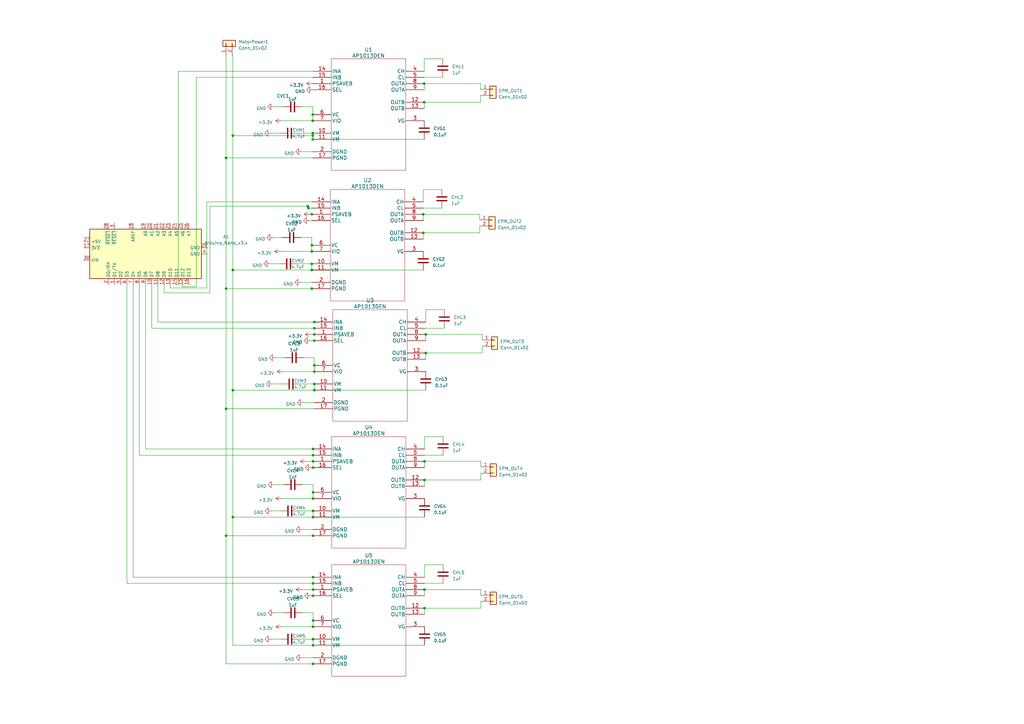
<source format=kicad_sch>
(kicad_sch (version 20230121) (generator eeschema)

  (uuid ee595942-2d98-4110-93bf-b84906f5938c)

  (paper "A3")

  (lib_symbols
    (symbol "2023-04-10_21-37-05:AP1013DEN" (pin_names (offset 0.254)) (in_bom yes) (on_board yes)
      (property "Reference" "U" (at 22.86 10.16 0)
        (effects (font (size 1.524 1.524)))
      )
      (property "Value" "AP1013DEN" (at 22.86 7.62 0)
        (effects (font (size 1.524 1.524)))
      )
      (property "Footprint" "QFN16_AKM" (at 22.86 6.096 0)
        (effects (font (size 1.524 1.524)) hide)
      )
      (property "Datasheet" "" (at 0 0 0)
        (effects (font (size 1.524 1.524)))
      )
      (property "ki_locked" "" (at 0 0 0)
        (effects (font (size 1.27 1.27)))
      )
      (property "ki_fp_filters" "QFN16_AKM QFN16_AKM-M QFN16_AKM-L" (at 0 0 0)
        (effects (font (size 1.27 1.27)) hide)
      )
      (symbol "AP1013DEN_1_1"
        (polyline
          (pts
            (xy 7.62 -40.64)
            (xy 38.1 -40.64)
          )
          (stroke (width 0.127) (type solid))
          (fill (type none))
        )
        (polyline
          (pts
            (xy 7.62 5.08)
            (xy 7.62 -40.64)
          )
          (stroke (width 0.127) (type solid))
          (fill (type none))
        )
        (polyline
          (pts
            (xy 38.1 -40.64)
            (xy 38.1 5.08)
          )
          (stroke (width 0.127) (type solid))
          (fill (type none))
        )
        (polyline
          (pts
            (xy 38.1 5.08)
            (xy 7.62 5.08)
          )
          (stroke (width 0.127) (type solid))
          (fill (type none))
        )
        (pin input line (at 0 -5.08 0) (length 7.62)
          (name "PSAVEB" (effects (font (size 1.4986 1.4986))))
          (number "1" (effects (font (size 1.4986 1.4986))))
        )
        (pin power_in line (at 0 -25.4 0) (length 7.62)
          (name "VM" (effects (font (size 1.4986 1.4986))))
          (number "10" (effects (font (size 1.4986 1.4986))))
        )
        (pin power_in line (at 0 -27.94 0) (length 7.62)
          (name "VM" (effects (font (size 1.4986 1.4986))))
          (number "11" (effects (font (size 1.4986 1.4986))))
        )
        (pin output line (at 45.72 -12.7 180) (length 7.62)
          (name "OUTB" (effects (font (size 1.4986 1.4986))))
          (number "12" (effects (font (size 1.4986 1.4986))))
        )
        (pin output line (at 45.72 -15.24 180) (length 7.62)
          (name "OUTB" (effects (font (size 1.4986 1.4986))))
          (number "13" (effects (font (size 1.4986 1.4986))))
        )
        (pin input line (at 0 0 0) (length 7.62)
          (name "INA" (effects (font (size 1.4986 1.4986))))
          (number "14" (effects (font (size 1.4986 1.4986))))
        )
        (pin input line (at 0 -2.54 0) (length 7.62)
          (name "INB" (effects (font (size 1.4986 1.4986))))
          (number "15" (effects (font (size 1.4986 1.4986))))
        )
        (pin input line (at 0 -7.62 0) (length 7.62)
          (name "SEL" (effects (font (size 1.4986 1.4986))))
          (number "16" (effects (font (size 1.4986 1.4986))))
        )
        (pin power_in line (at 0 -35.56 0) (length 7.62)
          (name "PGND" (effects (font (size 1.4986 1.4986))))
          (number "17" (effects (font (size 1.4986 1.4986))))
        )
        (pin power_in line (at 0 -33.02 0) (length 7.62)
          (name "DGND" (effects (font (size 1.4986 1.4986))))
          (number "2" (effects (font (size 1.4986 1.4986))))
        )
        (pin output line (at 45.72 -20.32 180) (length 7.62)
          (name "VG" (effects (font (size 1.4986 1.4986))))
          (number "3" (effects (font (size 1.4986 1.4986))))
        )
        (pin output line (at 45.72 0 180) (length 7.62)
          (name "CH" (effects (font (size 1.4986 1.4986))))
          (number "4" (effects (font (size 1.4986 1.4986))))
        )
        (pin output line (at 45.72 -2.54 180) (length 7.62)
          (name "CL" (effects (font (size 1.4986 1.4986))))
          (number "5" (effects (font (size 1.4986 1.4986))))
        )
        (pin power_in line (at 0 -17.78 0) (length 7.62)
          (name "VC" (effects (font (size 1.4986 1.4986))))
          (number "6" (effects (font (size 1.4986 1.4986))))
        )
        (pin power_in line (at 0 -20.32 0) (length 7.62)
          (name "VIO" (effects (font (size 1.4986 1.4986))))
          (number "7" (effects (font (size 1.4986 1.4986))))
        )
        (pin output line (at 45.72 -5.08 180) (length 7.62)
          (name "OUTA" (effects (font (size 1.4986 1.4986))))
          (number "8" (effects (font (size 1.4986 1.4986))))
        )
        (pin output line (at 45.72 -7.62 180) (length 7.62)
          (name "OUTA" (effects (font (size 1.4986 1.4986))))
          (number "9" (effects (font (size 1.4986 1.4986))))
        )
      )
    )
    (symbol "Connector_Generic:Conn_01x02" (pin_names (offset 1.016) hide) (in_bom yes) (on_board yes)
      (property "Reference" "J" (at 0 2.54 0)
        (effects (font (size 1.27 1.27)))
      )
      (property "Value" "Conn_01x02" (at 0 -5.08 0)
        (effects (font (size 1.27 1.27)))
      )
      (property "Footprint" "" (at 0 0 0)
        (effects (font (size 1.27 1.27)) hide)
      )
      (property "Datasheet" "~" (at 0 0 0)
        (effects (font (size 1.27 1.27)) hide)
      )
      (property "ki_keywords" "connector" (at 0 0 0)
        (effects (font (size 1.27 1.27)) hide)
      )
      (property "ki_description" "Generic connector, single row, 01x02, script generated (kicad-library-utils/schlib/autogen/connector/)" (at 0 0 0)
        (effects (font (size 1.27 1.27)) hide)
      )
      (property "ki_fp_filters" "Connector*:*_1x??_*" (at 0 0 0)
        (effects (font (size 1.27 1.27)) hide)
      )
      (symbol "Conn_01x02_1_1"
        (rectangle (start -1.27 -2.413) (end 0 -2.667)
          (stroke (width 0.1524) (type default))
          (fill (type none))
        )
        (rectangle (start -1.27 0.127) (end 0 -0.127)
          (stroke (width 0.1524) (type default))
          (fill (type none))
        )
        (rectangle (start -1.27 1.27) (end 1.27 -3.81)
          (stroke (width 0.254) (type default))
          (fill (type background))
        )
        (pin passive line (at -5.08 0 0) (length 3.81)
          (name "Pin_1" (effects (font (size 1.27 1.27))))
          (number "1" (effects (font (size 1.27 1.27))))
        )
        (pin passive line (at -5.08 -2.54 0) (length 3.81)
          (name "Pin_2" (effects (font (size 1.27 1.27))))
          (number "2" (effects (font (size 1.27 1.27))))
        )
      )
    )
    (symbol "Device:C" (pin_numbers hide) (pin_names (offset 0.254)) (in_bom yes) (on_board yes)
      (property "Reference" "C" (at 0.635 2.54 0)
        (effects (font (size 1.27 1.27)) (justify left))
      )
      (property "Value" "C" (at 0.635 -2.54 0)
        (effects (font (size 1.27 1.27)) (justify left))
      )
      (property "Footprint" "" (at 0.9652 -3.81 0)
        (effects (font (size 1.27 1.27)) hide)
      )
      (property "Datasheet" "~" (at 0 0 0)
        (effects (font (size 1.27 1.27)) hide)
      )
      (property "ki_keywords" "cap capacitor" (at 0 0 0)
        (effects (font (size 1.27 1.27)) hide)
      )
      (property "ki_description" "Unpolarized capacitor" (at 0 0 0)
        (effects (font (size 1.27 1.27)) hide)
      )
      (property "ki_fp_filters" "C_*" (at 0 0 0)
        (effects (font (size 1.27 1.27)) hide)
      )
      (symbol "C_0_1"
        (polyline
          (pts
            (xy -2.032 -0.762)
            (xy 2.032 -0.762)
          )
          (stroke (width 0.508) (type default))
          (fill (type none))
        )
        (polyline
          (pts
            (xy -2.032 0.762)
            (xy 2.032 0.762)
          )
          (stroke (width 0.508) (type default))
          (fill (type none))
        )
      )
      (symbol "C_1_1"
        (pin passive line (at 0 3.81 270) (length 2.794)
          (name "~" (effects (font (size 1.27 1.27))))
          (number "1" (effects (font (size 1.27 1.27))))
        )
        (pin passive line (at 0 -3.81 90) (length 2.794)
          (name "~" (effects (font (size 1.27 1.27))))
          (number "2" (effects (font (size 1.27 1.27))))
        )
      )
    )
    (symbol "MCU_Module:Arduino_Nano_v3.x" (in_bom yes) (on_board yes)
      (property "Reference" "A" (at -10.16 23.495 0)
        (effects (font (size 1.27 1.27)) (justify left bottom))
      )
      (property "Value" "Arduino_Nano_v3.x" (at 5.08 -24.13 0)
        (effects (font (size 1.27 1.27)) (justify left top))
      )
      (property "Footprint" "Module:Arduino_Nano" (at 0 0 0)
        (effects (font (size 1.27 1.27) italic) hide)
      )
      (property "Datasheet" "http://www.mouser.com/pdfdocs/Gravitech_Arduino_Nano3_0.pdf" (at 0 0 0)
        (effects (font (size 1.27 1.27)) hide)
      )
      (property "ki_keywords" "Arduino nano microcontroller module USB" (at 0 0 0)
        (effects (font (size 1.27 1.27)) hide)
      )
      (property "ki_description" "Arduino Nano v3.x" (at 0 0 0)
        (effects (font (size 1.27 1.27)) hide)
      )
      (property "ki_fp_filters" "Arduino*Nano*" (at 0 0 0)
        (effects (font (size 1.27 1.27)) hide)
      )
      (symbol "Arduino_Nano_v3.x_0_1"
        (rectangle (start -10.16 22.86) (end 10.16 -22.86)
          (stroke (width 0.254) (type default))
          (fill (type background))
        )
      )
      (symbol "Arduino_Nano_v3.x_1_1"
        (pin bidirectional line (at -12.7 12.7 0) (length 2.54)
          (name "D1/TX" (effects (font (size 1.27 1.27))))
          (number "1" (effects (font (size 1.27 1.27))))
        )
        (pin bidirectional line (at -12.7 -2.54 0) (length 2.54)
          (name "D7" (effects (font (size 1.27 1.27))))
          (number "10" (effects (font (size 1.27 1.27))))
        )
        (pin bidirectional line (at -12.7 -5.08 0) (length 2.54)
          (name "D8" (effects (font (size 1.27 1.27))))
          (number "11" (effects (font (size 1.27 1.27))))
        )
        (pin bidirectional line (at -12.7 -7.62 0) (length 2.54)
          (name "D9" (effects (font (size 1.27 1.27))))
          (number "12" (effects (font (size 1.27 1.27))))
        )
        (pin bidirectional line (at -12.7 -10.16 0) (length 2.54)
          (name "D10" (effects (font (size 1.27 1.27))))
          (number "13" (effects (font (size 1.27 1.27))))
        )
        (pin bidirectional line (at -12.7 -12.7 0) (length 2.54)
          (name "D11" (effects (font (size 1.27 1.27))))
          (number "14" (effects (font (size 1.27 1.27))))
        )
        (pin bidirectional line (at -12.7 -15.24 0) (length 2.54)
          (name "D12" (effects (font (size 1.27 1.27))))
          (number "15" (effects (font (size 1.27 1.27))))
        )
        (pin bidirectional line (at -12.7 -17.78 0) (length 2.54)
          (name "D13" (effects (font (size 1.27 1.27))))
          (number "16" (effects (font (size 1.27 1.27))))
        )
        (pin power_out line (at 2.54 25.4 270) (length 2.54)
          (name "3V3" (effects (font (size 1.27 1.27))))
          (number "17" (effects (font (size 1.27 1.27))))
        )
        (pin input line (at 12.7 5.08 180) (length 2.54)
          (name "AREF" (effects (font (size 1.27 1.27))))
          (number "18" (effects (font (size 1.27 1.27))))
        )
        (pin bidirectional line (at 12.7 0 180) (length 2.54)
          (name "A0" (effects (font (size 1.27 1.27))))
          (number "19" (effects (font (size 1.27 1.27))))
        )
        (pin bidirectional line (at -12.7 15.24 0) (length 2.54)
          (name "D0/RX" (effects (font (size 1.27 1.27))))
          (number "2" (effects (font (size 1.27 1.27))))
        )
        (pin bidirectional line (at 12.7 -2.54 180) (length 2.54)
          (name "A1" (effects (font (size 1.27 1.27))))
          (number "20" (effects (font (size 1.27 1.27))))
        )
        (pin bidirectional line (at 12.7 -5.08 180) (length 2.54)
          (name "A2" (effects (font (size 1.27 1.27))))
          (number "21" (effects (font (size 1.27 1.27))))
        )
        (pin bidirectional line (at 12.7 -7.62 180) (length 2.54)
          (name "A3" (effects (font (size 1.27 1.27))))
          (number "22" (effects (font (size 1.27 1.27))))
        )
        (pin bidirectional line (at 12.7 -10.16 180) (length 2.54)
          (name "A4" (effects (font (size 1.27 1.27))))
          (number "23" (effects (font (size 1.27 1.27))))
        )
        (pin bidirectional line (at 12.7 -12.7 180) (length 2.54)
          (name "A5" (effects (font (size 1.27 1.27))))
          (number "24" (effects (font (size 1.27 1.27))))
        )
        (pin bidirectional line (at 12.7 -15.24 180) (length 2.54)
          (name "A6" (effects (font (size 1.27 1.27))))
          (number "25" (effects (font (size 1.27 1.27))))
        )
        (pin bidirectional line (at 12.7 -17.78 180) (length 2.54)
          (name "A7" (effects (font (size 1.27 1.27))))
          (number "26" (effects (font (size 1.27 1.27))))
        )
        (pin power_out line (at 5.08 25.4 270) (length 2.54)
          (name "+5V" (effects (font (size 1.27 1.27))))
          (number "27" (effects (font (size 1.27 1.27))))
        )
        (pin input line (at 12.7 15.24 180) (length 2.54)
          (name "~{RESET}" (effects (font (size 1.27 1.27))))
          (number "28" (effects (font (size 1.27 1.27))))
        )
        (pin power_in line (at 2.54 -25.4 90) (length 2.54)
          (name "GND" (effects (font (size 1.27 1.27))))
          (number "29" (effects (font (size 1.27 1.27))))
        )
        (pin input line (at 12.7 12.7 180) (length 2.54)
          (name "~{RESET}" (effects (font (size 1.27 1.27))))
          (number "3" (effects (font (size 1.27 1.27))))
        )
        (pin power_in line (at -2.54 25.4 270) (length 2.54)
          (name "VIN" (effects (font (size 1.27 1.27))))
          (number "30" (effects (font (size 1.27 1.27))))
        )
        (pin power_in line (at 0 -25.4 90) (length 2.54)
          (name "GND" (effects (font (size 1.27 1.27))))
          (number "4" (effects (font (size 1.27 1.27))))
        )
        (pin bidirectional line (at -12.7 10.16 0) (length 2.54)
          (name "D2" (effects (font (size 1.27 1.27))))
          (number "5" (effects (font (size 1.27 1.27))))
        )
        (pin bidirectional line (at -12.7 7.62 0) (length 2.54)
          (name "D3" (effects (font (size 1.27 1.27))))
          (number "6" (effects (font (size 1.27 1.27))))
        )
        (pin bidirectional line (at -12.7 5.08 0) (length 2.54)
          (name "D4" (effects (font (size 1.27 1.27))))
          (number "7" (effects (font (size 1.27 1.27))))
        )
        (pin bidirectional line (at -12.7 2.54 0) (length 2.54)
          (name "D5" (effects (font (size 1.27 1.27))))
          (number "8" (effects (font (size 1.27 1.27))))
        )
        (pin bidirectional line (at -12.7 0 0) (length 2.54)
          (name "D6" (effects (font (size 1.27 1.27))))
          (number "9" (effects (font (size 1.27 1.27))))
        )
      )
    )
    (symbol "power:+3.3V" (power) (pin_names (offset 0)) (in_bom yes) (on_board yes)
      (property "Reference" "#PWR" (at 0 -3.81 0)
        (effects (font (size 1.27 1.27)) hide)
      )
      (property "Value" "+3.3V" (at 0 3.556 0)
        (effects (font (size 1.27 1.27)))
      )
      (property "Footprint" "" (at 0 0 0)
        (effects (font (size 1.27 1.27)) hide)
      )
      (property "Datasheet" "" (at 0 0 0)
        (effects (font (size 1.27 1.27)) hide)
      )
      (property "ki_keywords" "global power" (at 0 0 0)
        (effects (font (size 1.27 1.27)) hide)
      )
      (property "ki_description" "Power symbol creates a global label with name \"+3.3V\"" (at 0 0 0)
        (effects (font (size 1.27 1.27)) hide)
      )
      (symbol "+3.3V_0_1"
        (polyline
          (pts
            (xy -0.762 1.27)
            (xy 0 2.54)
          )
          (stroke (width 0) (type default))
          (fill (type none))
        )
        (polyline
          (pts
            (xy 0 0)
            (xy 0 2.54)
          )
          (stroke (width 0) (type default))
          (fill (type none))
        )
        (polyline
          (pts
            (xy 0 2.54)
            (xy 0.762 1.27)
          )
          (stroke (width 0) (type default))
          (fill (type none))
        )
      )
      (symbol "+3.3V_1_1"
        (pin power_in line (at 0 0 90) (length 0) hide
          (name "+3.3V" (effects (font (size 1.27 1.27))))
          (number "1" (effects (font (size 1.27 1.27))))
        )
      )
    )
    (symbol "power:GND" (power) (pin_names (offset 0)) (in_bom yes) (on_board yes)
      (property "Reference" "#PWR" (at 0 -6.35 0)
        (effects (font (size 1.27 1.27)) hide)
      )
      (property "Value" "GND" (at 0 -3.81 0)
        (effects (font (size 1.27 1.27)))
      )
      (property "Footprint" "" (at 0 0 0)
        (effects (font (size 1.27 1.27)) hide)
      )
      (property "Datasheet" "" (at 0 0 0)
        (effects (font (size 1.27 1.27)) hide)
      )
      (property "ki_keywords" "global power" (at 0 0 0)
        (effects (font (size 1.27 1.27)) hide)
      )
      (property "ki_description" "Power symbol creates a global label with name \"GND\" , ground" (at 0 0 0)
        (effects (font (size 1.27 1.27)) hide)
      )
      (symbol "GND_0_1"
        (polyline
          (pts
            (xy 0 0)
            (xy 0 -1.27)
            (xy 1.27 -1.27)
            (xy 0 -2.54)
            (xy -1.27 -1.27)
            (xy 0 -1.27)
          )
          (stroke (width 0) (type default))
          (fill (type none))
        )
      )
      (symbol "GND_1_1"
        (pin power_in line (at 0 0 270) (length 0) hide
          (name "GND" (effects (font (size 1.27 1.27))))
          (number "1" (effects (font (size 1.27 1.27))))
        )
      )
    )
  )

  (junction (at 174.625 144.78) (diameter 0) (color 0 0 0 0)
    (uuid 02b5cd6e-5822-49ae-8fea-8697e4726d78)
  )
  (junction (at 173.609 95.504) (diameter 0) (color 0 0 0 0)
    (uuid 0469df9a-bb62-4d6e-8b06-68e84fac9ef8)
  )
  (junction (at 127.889 100.584) (diameter 0) (color 0 0 0 0)
    (uuid 065177eb-c530-4f6f-94f6-9a62f07b5f3a)
  )
  (junction (at 174.117 189.23) (diameter 0) (color 0 0 0 0)
    (uuid 07b9a7de-ac5f-4368-b697-2ddd52297333)
  )
  (junction (at 127.889 108.204) (diameter 0) (color 0 0 0 0)
    (uuid 0acb6f33-dcaf-4909-95c1-3e7904a5c68f)
  )
  (junction (at 128.397 262.128) (diameter 0) (color 0 0 0 0)
    (uuid 10b3e409-761a-4c0b-9f68-fe0bc5327ccd)
  )
  (junction (at 128.397 244.348) (diameter 0) (color 0 0 0 0)
    (uuid 146d1156-265c-4d9b-92e1-36eab0bdea9c)
  )
  (junction (at 127.889 118.364) (diameter 0) (color 0 0 0 0)
    (uuid 153d4200-e631-496a-9d8e-120ab83384de)
  )
  (junction (at 127.889 87.884) (diameter 0) (color 0 0 0 0)
    (uuid 16b206c4-83be-47da-a2d2-bc93bd5ba208)
  )
  (junction (at 128.27 54.61) (diameter 0) (color 0 0 0 0)
    (uuid 1ad4430e-818f-4411-9fed-5e179ead8513)
  )
  (junction (at 128.397 264.668) (diameter 0) (color 0 0 0 0)
    (uuid 1ddfd5ce-3a38-41ad-94df-1d5d4b5a6860)
  )
  (junction (at 128.27 55.626) (diameter 0) (color 0 0 0 0)
    (uuid 20e572af-ecf5-413f-bf35-e0e41cd17f23)
  )
  (junction (at 92.71 167.64) (diameter 0) (color 0 0 0 0)
    (uuid 245eb517-0ab4-4e61-91c0-7807dd483a3b)
  )
  (junction (at 173.99 34.29) (diameter 0) (color 0 0 0 0)
    (uuid 25781191-9737-4e3f-82d1-bd4a6681cf2c)
  )
  (junction (at 128.27 57.15) (diameter 0) (color 0 0 0 0)
    (uuid 261c2460-d241-40cb-88d1-053e28aa2228)
  )
  (junction (at 174.117 241.808) (diameter 0) (color 0 0 0 0)
    (uuid 2626e2d3-ac5f-4c03-8297-5ecc2a1ec756)
  )
  (junction (at 128.905 157.48) (diameter 0) (color 0 0 0 0)
    (uuid 2a5467fc-fb1a-4aee-90e4-ee6d97863a21)
  )
  (junction (at 126.492 85.344) (diameter 0) (color 0 0 0 0)
    (uuid 2b865cde-75c9-448a-9b58-71541b8d9d5f)
  )
  (junction (at 128.397 209.55) (diameter 0) (color 0 0 0 0)
    (uuid 2cec73e3-f6b4-4ed3-825c-e7c30bd448d9)
  )
  (junction (at 128.905 149.86) (diameter 0) (color 0 0 0 0)
    (uuid 309117e9-b63a-4e31-8afb-cbeb8862a210)
  )
  (junction (at 127.889 110.744) (diameter 0) (color 0 0 0 0)
    (uuid 371fcd32-bbe8-497a-b4cb-f20998bc1388)
  )
  (junction (at 128.397 254.508) (diameter 0) (color 0 0 0 0)
    (uuid 39f0d5c9-96a3-4d28-a1bf-9b44b54c135a)
  )
  (junction (at 174.117 249.428) (diameter 0) (color 0 0 0 0)
    (uuid 40b25cc6-9bb8-4864-9b46-245213598907)
  )
  (junction (at 174.625 137.16) (diameter 0) (color 0 0 0 0)
    (uuid 6952e8da-2097-4816-99c0-76d676fe03a8)
  )
  (junction (at 173.609 87.884) (diameter 0) (color 0 0 0 0)
    (uuid 6a648a15-b64c-4e95-8f64-51991d9d586c)
  )
  (junction (at 174.117 196.85) (diameter 0) (color 0 0 0 0)
    (uuid 6d88eb50-2222-4d27-a0b7-25e3403d5410)
  )
  (junction (at 92.71 219.71) (diameter 0) (color 0 0 0 0)
    (uuid 6dc04e36-1725-452d-89ac-1f03516c6fcf)
  )
  (junction (at 128.397 191.77) (diameter 0) (color 0 0 0 0)
    (uuid 72c90b38-b1e4-4941-8f9a-c56ce9e96fb8)
  )
  (junction (at 95.504 212.09) (diameter 0) (color 0 0 0 0)
    (uuid 8189e630-7bab-4487-8002-a5274bb59597)
  )
  (junction (at 128.397 239.268) (diameter 0) (color 0 0 0 0)
    (uuid 8291888f-9c01-4983-a68d-d625ca321c18)
  )
  (junction (at 128.397 204.47) (diameter 0) (color 0 0 0 0)
    (uuid 84a1d3f3-9926-4cf7-a4b8-eadea5808d2d)
  )
  (junction (at 128.397 241.808) (diameter 0) (color 0 0 0 0)
    (uuid 89ea4fa8-75fa-4afa-8ffa-27807e63e463)
  )
  (junction (at 128.905 160.02) (diameter 0) (color 0 0 0 0)
    (uuid 8a96da55-c952-4e19-b26c-b5bcaab74af4)
  )
  (junction (at 95.504 160.02) (diameter 0) (color 0 0 0 0)
    (uuid 90c7d5bd-5367-4b1c-a22e-54b5979efb4f)
  )
  (junction (at 95.504 110.744) (diameter 0) (color 0 0 0 0)
    (uuid 98d9bb93-c7ef-4eaf-85b7-5eeba527a5e3)
  )
  (junction (at 128.397 257.048) (diameter 0) (color 0 0 0 0)
    (uuid 998bc4f2-683e-4026-8482-613854860e82)
  )
  (junction (at 127.889 103.124) (diameter 0) (color 0 0 0 0)
    (uuid 99dce417-364a-4e30-86da-9cb4d8dfde82)
  )
  (junction (at 128.905 134.62) (diameter 0) (color 0 0 0 0)
    (uuid 9d10db29-642c-4311-a057-55da0d8f11b2)
  )
  (junction (at 128.397 201.93) (diameter 0) (color 0 0 0 0)
    (uuid a4b6470d-e9a0-4c36-98d8-9af744c1bdc3)
  )
  (junction (at 128.905 152.4) (diameter 0) (color 0 0 0 0)
    (uuid b8d61cd7-1dcb-4a64-844a-b82ebc482f46)
  )
  (junction (at 128.397 184.15) (diameter 0) (color 0 0 0 0)
    (uuid b8e8dbc2-fd9c-4e94-9185-09edb12b4bdb)
  )
  (junction (at 173.99 41.91) (diameter 0) (color 0 0 0 0)
    (uuid b95049e1-4628-4887-b013-32fb6197ec14)
  )
  (junction (at 92.71 64.77) (diameter 0) (color 0 0 0 0)
    (uuid be03693b-6940-492e-a9ad-d4fcc6ca181f)
  )
  (junction (at 128.397 219.71) (diameter 0) (color 0 0 0 0)
    (uuid c09b4f63-6b19-4c8f-94bb-7de5b1787a7c)
  )
  (junction (at 128.27 46.99) (diameter 0) (color 0 0 0 0)
    (uuid c8f8eb41-a158-4888-8ade-e13995425837)
  )
  (junction (at 128.397 186.69) (diameter 0) (color 0 0 0 0)
    (uuid cad652f5-91fe-49e3-8708-c1e091cf84a0)
  )
  (junction (at 128.905 139.7) (diameter 0) (color 0 0 0 0)
    (uuid d155fd5a-a252-4544-9d4d-f0bc814e9555)
  )
  (junction (at 128.27 49.53) (diameter 0) (color 0 0 0 0)
    (uuid d1584e3d-82af-4e46-9283-7b0c6130665d)
  )
  (junction (at 95.504 55.626) (diameter 0) (color 0 0 0 0)
    (uuid dadee521-e925-4f09-9c66-b49ec49b7c81)
  )
  (junction (at 92.71 118.364) (diameter 0) (color 0 0 0 0)
    (uuid debf2d85-306a-4151-9c3b-9898d42a9b71)
  )
  (junction (at 128.905 132.08) (diameter 0) (color 0 0 0 0)
    (uuid e354a2f8-b52d-4dbc-b0b0-e5d7dd0ce7e5)
  )
  (junction (at 128.397 236.728) (diameter 0) (color 0 0 0 0)
    (uuid e4b92fb2-983b-4088-b6e2-e4b1be3c73e1)
  )
  (junction (at 128.397 272.288) (diameter 0) (color 0 0 0 0)
    (uuid f03a1f58-d886-4ba5-9727-3f1f1009910b)
  )
  (junction (at 126.238 84.582) (diameter 0) (color 0 0 0 0)
    (uuid f06d9218-a2fc-49f9-9daf-f24d8ccde89b)
  )
  (junction (at 128.397 189.23) (diameter 0) (color 0 0 0 0)
    (uuid f688e4b7-3254-4d95-a926-5934d77d7d6c)
  )
  (junction (at 128.397 212.09) (diameter 0) (color 0 0 0 0)
    (uuid faf57b76-42d8-40ce-80ec-a063b447b079)
  )
  (junction (at 128.905 137.16) (diameter 0) (color 0 0 0 0)
    (uuid ff41bf38-71f4-4295-9883-9017fe47effb)
  )

  (wire (pts (xy 122.174 108.204) (xy 127.889 108.204))
    (stroke (width 0) (type default))
    (uuid 01f46bd4-935d-4d4a-aaa1-89a01bee8e07)
  )
  (wire (pts (xy 128.27 55.626) (xy 128.27 57.15))
    (stroke (width 0) (type default))
    (uuid 02b57b22-da2e-4aad-8337-8e92366ee4dc)
  )
  (wire (pts (xy 74.676 117.602) (xy 80.518 117.602))
    (stroke (width 0) (type default))
    (uuid 03efe29f-52cd-4def-b990-94770ea6079d)
  )
  (wire (pts (xy 128.905 149.86) (xy 128.905 152.4))
    (stroke (width 0) (type default))
    (uuid 05851d59-c070-48d0-9669-ba4af1fcd938)
  )
  (wire (pts (xy 174.117 239.268) (xy 181.737 239.268))
    (stroke (width 0) (type default))
    (uuid 062d3b39-eb44-47bb-a170-bafcb9933861)
  )
  (wire (pts (xy 173.99 41.91) (xy 197.104 41.91))
    (stroke (width 0) (type default))
    (uuid 07e9af57-b8ca-45fa-b39e-c8a66b08d513)
  )
  (wire (pts (xy 54.864 236.728) (xy 54.864 236.474))
    (stroke (width 0) (type default))
    (uuid 08ba15ff-8b95-4107-b66a-a44985f516d3)
  )
  (wire (pts (xy 173.609 87.884) (xy 173.609 90.424))
    (stroke (width 0) (type default))
    (uuid 0982dc82-8db4-434d-b43f-784892336308)
  )
  (wire (pts (xy 173.609 95.504) (xy 173.609 98.044))
    (stroke (width 0) (type default))
    (uuid 0c4f4539-af77-4ed1-b2d3-439e2fa7df1e)
  )
  (wire (pts (xy 174.117 241.808) (xy 174.117 244.348))
    (stroke (width 0) (type default))
    (uuid 0d0b2824-8ead-4de2-b965-781655f812ef)
  )
  (wire (pts (xy 174.117 196.85) (xy 174.117 199.39))
    (stroke (width 0) (type default))
    (uuid 0ea09a59-a4d7-4a72-a5fc-eb1bb945848b)
  )
  (wire (pts (xy 128.397 264.668) (xy 95.504 264.668))
    (stroke (width 0) (type default))
    (uuid 0ea91920-f95f-4c4a-abab-df96568f4aaf)
  )
  (wire (pts (xy 174.117 196.85) (xy 197.231 196.85))
    (stroke (width 0) (type default))
    (uuid 117cc6db-ec6a-4229-9148-c1baa8e51bc1)
  )
  (wire (pts (xy 127.762 191.77) (xy 128.397 191.77))
    (stroke (width 0) (type default))
    (uuid 139658e6-5914-4c9a-94ad-324aa410d8a3)
  )
  (wire (pts (xy 127.889 118.364) (xy 92.71 118.364))
    (stroke (width 0) (type default))
    (uuid 15a7af7a-ec6b-46f0-8416-9b637b50fd75)
  )
  (wire (pts (xy 95.504 212.09) (xy 95.504 160.02))
    (stroke (width 0) (type default))
    (uuid 1607803d-13db-45de-9d61-a649e0a62333)
  )
  (wire (pts (xy 112.395 43.815) (xy 116.205 43.815))
    (stroke (width 0) (type default))
    (uuid 17db8022-e8ce-4e8d-9aeb-b80256d856ff)
  )
  (wire (pts (xy 123.444 97.409) (xy 127.889 97.409))
    (stroke (width 0) (type default))
    (uuid 1acd2f68-d54f-45a8-aedb-11f4d2444877)
  )
  (wire (pts (xy 123.952 198.755) (xy 128.397 198.755))
    (stroke (width 0) (type default))
    (uuid 1b15cea2-2db8-4de4-8c34-134112e8d923)
  )
  (wire (pts (xy 69.85 116.84) (xy 69.85 118.11))
    (stroke (width 0) (type default))
    (uuid 1bd69650-3932-450e-9f2f-f5a322d86157)
  )
  (wire (pts (xy 92.71 167.64) (xy 92.71 219.71))
    (stroke (width 0) (type default))
    (uuid 1be6524b-d3b1-42c3-84fe-9865b2d99e42)
  )
  (wire (pts (xy 111.252 209.55) (xy 115.062 209.55))
    (stroke (width 0) (type default))
    (uuid 1cc81c57-198b-4058-a1f6-8ce6e39d7c2b)
  )
  (wire (pts (xy 95.504 110.744) (xy 127.889 110.744))
    (stroke (width 0) (type default))
    (uuid 1cce038c-8630-4de3-b559-7a40cd13afb9)
  )
  (wire (pts (xy 173.99 24.13) (xy 181.61 24.13))
    (stroke (width 0) (type default))
    (uuid 1da32ab6-32f0-44dd-97a9-564fc3e82815)
  )
  (wire (pts (xy 174.625 144.78) (xy 174.625 147.32))
    (stroke (width 0) (type default))
    (uuid 1de505f7-4e5b-417d-9da2-74c392c5b238)
  )
  (wire (pts (xy 128.905 157.48) (xy 128.905 160.02))
    (stroke (width 0) (type default))
    (uuid 20252877-d7fd-4cda-b771-e0d96a33971f)
  )
  (wire (pts (xy 128.524 186.69) (xy 128.397 186.69))
    (stroke (width 0) (type default))
    (uuid 20a106de-e560-4fa1-b3f7-752fc91f6d04)
  )
  (wire (pts (xy 127.254 87.884) (xy 127.889 87.884))
    (stroke (width 0) (type default))
    (uuid 20c73487-bbbe-4926-b75a-7d20562bb76e)
  )
  (wire (pts (xy 128.397 186.69) (xy 57.15 186.69))
    (stroke (width 0) (type default))
    (uuid 21e107c9-9680-4840-a999-8ccb267b7ce6)
  )
  (wire (pts (xy 128.397 251.333) (xy 128.397 254.508))
    (stroke (width 0) (type default))
    (uuid 289be023-c443-42ee-9cfa-6a793cb5c970)
  )
  (wire (pts (xy 72.39 116.84) (xy 73.152 116.84))
    (stroke (width 0) (type default))
    (uuid 293576e3-1751-4135-837c-5b5621ec7dd6)
  )
  (wire (pts (xy 112.522 251.333) (xy 116.332 251.333))
    (stroke (width 0) (type default))
    (uuid 2a4219b6-79e4-471a-a0e5-3ad336f74d3e)
  )
  (wire (pts (xy 174.117 189.23) (xy 197.231 189.23))
    (stroke (width 0) (type default))
    (uuid 2b2f3240-5291-4237-9fa7-5638c33cb87c)
  )
  (wire (pts (xy 92.71 22.86) (xy 92.71 64.77))
    (stroke (width 0) (type default))
    (uuid 2c524807-410f-463b-9f54-1817182cf0c6)
  )
  (wire (pts (xy 128.397 236.728) (xy 128.524 236.728))
    (stroke (width 0) (type default))
    (uuid 2ec9f74a-f076-4c17-8f69-0c86af7ced9c)
  )
  (wire (pts (xy 86.106 84.582) (xy 126.238 84.582))
    (stroke (width 0) (type default))
    (uuid 2fd39805-6462-4856-afc3-fc3e2903b8e4)
  )
  (wire (pts (xy 122.682 262.128) (xy 128.397 262.128))
    (stroke (width 0) (type default))
    (uuid 305915c7-8ed9-4a31-8b35-88449e79c78a)
  )
  (wire (pts (xy 129.032 132.08) (xy 128.905 132.08))
    (stroke (width 0) (type default))
    (uuid 30dfefc4-6dd0-4111-a738-7b4b53136a91)
  )
  (wire (pts (xy 128.397 198.755) (xy 128.397 201.93))
    (stroke (width 0) (type default))
    (uuid 328dd717-dcce-439e-842b-12a3b4d6c12a)
  )
  (wire (pts (xy 64.77 132.08) (xy 64.77 116.84))
    (stroke (width 0) (type default))
    (uuid 3421b2c0-5d03-4a9b-b55a-4ed971c39bfb)
  )
  (wire (pts (xy 129.032 134.62) (xy 128.905 134.62))
    (stroke (width 0) (type default))
    (uuid 34333360-193d-4077-b6a8-dc769953ec5e)
  )
  (wire (pts (xy 174.117 189.23) (xy 174.117 191.77))
    (stroke (width 0) (type default))
    (uuid 35941fa3-a536-4b83-8fcc-289a9d3d3e83)
  )
  (wire (pts (xy 128.397 212.09) (xy 174.117 212.09))
    (stroke (width 0) (type default))
    (uuid 3b414f78-f0d2-4d34-8ab5-6be475713eb8)
  )
  (wire (pts (xy 54.61 236.474) (xy 54.61 116.84))
    (stroke (width 0) (type default))
    (uuid 3c5b7ebb-124c-4b06-b3c2-aefa04de943a)
  )
  (wire (pts (xy 84.836 82.804) (xy 127.889 82.804))
    (stroke (width 0) (type default))
    (uuid 3ca3d7f2-9554-4a5c-b33d-8de52f0c5d0d)
  )
  (wire (pts (xy 115.189 103.124) (xy 127.889 103.124))
    (stroke (width 0) (type default))
    (uuid 3d896c92-5254-4894-b15f-51aa863afd60)
  )
  (wire (pts (xy 124.46 165.1) (xy 128.905 165.1))
    (stroke (width 0) (type default))
    (uuid 40410b38-056e-443b-a987-e3ce6574ce19)
  )
  (wire (pts (xy 127 90.424) (xy 127.889 90.424))
    (stroke (width 0) (type default))
    (uuid 42a26e2e-21cb-4ffc-aab1-32925e558bca)
  )
  (wire (pts (xy 95.504 22.86) (xy 95.504 55.626))
    (stroke (width 0) (type default))
    (uuid 455546c2-d9be-4375-a4cd-31743f428a05)
  )
  (wire (pts (xy 95.504 110.744) (xy 95.504 160.02))
    (stroke (width 0) (type default))
    (uuid 483c0eae-0df8-4bac-aee1-9c9cfa3bfaf1)
  )
  (wire (pts (xy 67.31 116.84) (xy 67.31 120.142))
    (stroke (width 0) (type default))
    (uuid 48dad06d-b227-471d-bc0f-e5f14086c795)
  )
  (wire (pts (xy 174.117 179.07) (xy 181.737 179.07))
    (stroke (width 0) (type default))
    (uuid 493bbd7d-7319-49f9-b5df-58abfb5be43e)
  )
  (wire (pts (xy 95.504 264.668) (xy 95.504 212.09))
    (stroke (width 0) (type default))
    (uuid 4a0bf8e5-0349-4274-ae7d-28ad8c1a1330)
  )
  (wire (pts (xy 52.07 239.014) (xy 52.07 116.84))
    (stroke (width 0) (type default))
    (uuid 4aabab5e-2c37-4f35-910e-0e76fd61a3dc)
  )
  (wire (pts (xy 54.864 236.728) (xy 128.397 236.728))
    (stroke (width 0) (type default))
    (uuid 4cbae34a-84a7-4e96-9d0a-92d365d93194)
  )
  (wire (pts (xy 127.889 108.204) (xy 127.889 110.744))
    (stroke (width 0) (type default))
    (uuid 4d97a951-e914-4716-96af-0a05278379dd)
  )
  (wire (pts (xy 128.397 244.348) (xy 128.524 244.348))
    (stroke (width 0) (type default))
    (uuid 4daf3953-be95-4dd7-ba93-271fbf196de7)
  )
  (wire (pts (xy 95.504 212.09) (xy 128.397 212.09))
    (stroke (width 0) (type default))
    (uuid 4db10eeb-48df-4e09-86cc-95b897039b4c)
  )
  (wire (pts (xy 128.905 167.64) (xy 92.71 167.64))
    (stroke (width 0) (type default))
    (uuid 4f10ed56-da1c-4e3c-9e89-a410698419fe)
  )
  (wire (pts (xy 128.397 219.71) (xy 128.524 219.71))
    (stroke (width 0) (type default))
    (uuid 50f424db-995d-40d1-90dc-6d8558332b30)
  )
  (wire (pts (xy 73.152 29.21) (xy 128.27 29.21))
    (stroke (width 0) (type default))
    (uuid 514e196f-538c-4412-8f9a-45a6aad305f7)
  )
  (wire (pts (xy 95.504 55.626) (xy 95.504 110.744))
    (stroke (width 0) (type default))
    (uuid 5150feae-982d-4a81-8d77-3e110dacdc81)
  )
  (wire (pts (xy 128.397 191.77) (xy 128.524 191.77))
    (stroke (width 0) (type default))
    (uuid 52dc0e2e-6a35-4453-acec-222726edf92a)
  )
  (wire (pts (xy 174.625 144.78) (xy 197.739 144.78))
    (stroke (width 0) (type default))
    (uuid 5641d704-7a48-4d9f-bc43-14538652e8c9)
  )
  (wire (pts (xy 197.104 41.91) (xy 197.104 39.116))
    (stroke (width 0) (type default))
    (uuid 57c4169b-eea3-4a19-b060-460882c84c4d)
  )
  (wire (pts (xy 128.397 264.668) (xy 174.117 264.668))
    (stroke (width 0) (type default))
    (uuid 58c2482a-085e-41f3-896c-282cc8174253)
  )
  (wire (pts (xy 128.905 132.08) (xy 64.77 132.08))
    (stroke (width 0) (type default))
    (uuid 58c8a446-a083-48ef-bb2a-63310aafe78e)
  )
  (wire (pts (xy 173.99 31.75) (xy 181.61 31.75))
    (stroke (width 0) (type default))
    (uuid 5917c209-f356-41af-a1ee-504c1aec65ac)
  )
  (wire (pts (xy 128.27 54.61) (xy 128.27 55.626))
    (stroke (width 0) (type default))
    (uuid 5ad7b489-7a7d-47da-8b68-a4be39c45e92)
  )
  (wire (pts (xy 128.27 57.15) (xy 173.99 57.15))
    (stroke (width 0) (type default))
    (uuid 5b08ee73-6e9e-4efd-b858-696c66e8643d)
  )
  (wire (pts (xy 174.117 184.15) (xy 174.117 179.07))
    (stroke (width 0) (type default))
    (uuid 5fb95887-e760-4b46-9e4a-9f488e768a19)
  )
  (wire (pts (xy 128.397 239.268) (xy 52.324 239.268))
    (stroke (width 0) (type default))
    (uuid 601763b4-366e-42fe-ad53-dd04f0a13534)
  )
  (wire (pts (xy 128.397 254.508) (xy 128.397 257.048))
    (stroke (width 0) (type default))
    (uuid 60821522-8582-4cbe-b07f-3ceeaf1eb8d2)
  )
  (wire (pts (xy 173.99 34.29) (xy 197.104 34.29))
    (stroke (width 0) (type default))
    (uuid 62daa631-2248-4d1a-8395-086ee3184ed0)
  )
  (wire (pts (xy 174.117 231.648) (xy 181.737 231.648))
    (stroke (width 0) (type default))
    (uuid 64e29d5d-1eda-4ebb-b747-19d74e806635)
  )
  (wire (pts (xy 92.71 219.71) (xy 128.397 219.71))
    (stroke (width 0) (type default))
    (uuid 651cfde6-6a17-45ca-9468-58fea83e3aa3)
  )
  (wire (pts (xy 173.609 85.344) (xy 181.229 85.344))
    (stroke (width 0) (type default))
    (uuid 660395e8-197b-45dc-b962-1f3f95ffea40)
  )
  (wire (pts (xy 128.905 137.16) (xy 129.286 137.16))
    (stroke (width 0) (type default))
    (uuid 6638e251-f83a-49c3-858e-4904707480ac)
  )
  (wire (pts (xy 128.27 43.815) (xy 128.27 46.99))
    (stroke (width 0) (type default))
    (uuid 67f9f30f-2b41-4c80-8475-c3b486d133e2)
  )
  (wire (pts (xy 123.825 43.815) (xy 128.27 43.815))
    (stroke (width 0) (type default))
    (uuid 6900d45c-0985-48ba-8aa0-e3c5c092408b)
  )
  (wire (pts (xy 95.504 55.626) (xy 128.27 55.626))
    (stroke (width 0) (type default))
    (uuid 6b00e00b-1f9f-4f04-a7f8-c1a316636de9)
  )
  (wire (pts (xy 112.522 198.755) (xy 116.332 198.755))
    (stroke (width 0) (type default))
    (uuid 6c13ff5e-5e2c-47c9-83cc-e9d784eb0a91)
  )
  (wire (pts (xy 128.397 272.288) (xy 92.71 272.288))
    (stroke (width 0) (type default))
    (uuid 6c6793f8-1915-4295-864f-d1154cfd88a3)
  )
  (wire (pts (xy 197.231 189.23) (xy 197.231 191.516))
    (stroke (width 0) (type default))
    (uuid 6f1fbddf-af05-4b73-9fd7-ecdb9681ea27)
  )
  (wire (pts (xy 123.19 157.48) (xy 128.905 157.48))
    (stroke (width 0) (type default))
    (uuid 703d4bbc-7789-4065-b988-acaec9e7d5ed)
  )
  (wire (pts (xy 128.905 134.62) (xy 62.23 134.62))
    (stroke (width 0) (type default))
    (uuid 7076edd0-91bf-4537-b7e7-4408a25c3d99)
  )
  (wire (pts (xy 95.504 160.02) (xy 128.778 160.02))
    (stroke (width 0) (type default))
    (uuid 717461f8-9517-4385-bc62-8e71c545a81b)
  )
  (wire (pts (xy 128.397 241.808) (xy 128.524 241.808))
    (stroke (width 0) (type default))
    (uuid 730b4182-549b-46f9-bdd9-db7cb977fd7e)
  )
  (wire (pts (xy 69.85 118.11) (xy 84.836 118.11))
    (stroke (width 0) (type default))
    (uuid 738e0005-c924-4e66-9c24-b2cdef104ceb)
  )
  (wire (pts (xy 115.697 257.048) (xy 128.397 257.048))
    (stroke (width 0) (type default))
    (uuid 7f01273a-09a4-4722-861d-017014e33ade)
  )
  (wire (pts (xy 116.205 152.4) (xy 128.905 152.4))
    (stroke (width 0) (type default))
    (uuid 7f8c9225-73de-468f-92dd-fddb317f4f81)
  )
  (wire (pts (xy 197.739 144.78) (xy 197.739 141.986))
    (stroke (width 0) (type default))
    (uuid 82a6cd39-5018-43e2-8c5b-ca15e8c78a97)
  )
  (wire (pts (xy 54.864 236.474) (xy 54.61 236.474))
    (stroke (width 0) (type default))
    (uuid 85a89807-53a4-4ffa-97eb-1f09e1d8d629)
  )
  (wire (pts (xy 128.397 189.23) (xy 128.524 189.23))
    (stroke (width 0) (type default))
    (uuid 85f9645b-6909-4733-a361-58b489536919)
  )
  (wire (pts (xy 128.397 262.128) (xy 128.397 264.668))
    (stroke (width 0) (type default))
    (uuid 866a9401-e259-4e60-a852-df72a21cc295)
  )
  (wire (pts (xy 173.99 41.91) (xy 173.99 44.45))
    (stroke (width 0) (type default))
    (uuid 86931edf-c031-428d-b620-81d05a7909cf)
  )
  (wire (pts (xy 123.952 241.808) (xy 128.397 241.808))
    (stroke (width 0) (type default))
    (uuid 86c196d1-52f3-4360-800c-e3f17551a2ec)
  )
  (wire (pts (xy 128.905 160.02) (xy 174.625 160.02))
    (stroke (width 0) (type default))
    (uuid 8a5aafb5-85b4-439e-baed-caca03fcb634)
  )
  (wire (pts (xy 173.609 82.804) (xy 173.609 77.724))
    (stroke (width 0) (type default))
    (uuid 8bb858a3-0c74-4aa7-9009-5b1c73b6ffd3)
  )
  (wire (pts (xy 174.117 236.728) (xy 174.117 231.648))
    (stroke (width 0) (type default))
    (uuid 8d5a3234-b8e8-4aa5-9a86-3751281f2737)
  )
  (wire (pts (xy 67.31 120.142) (xy 86.106 120.142))
    (stroke (width 0) (type default))
    (uuid 8e66a284-55e0-4cb3-bcd3-7a910772871f)
  )
  (wire (pts (xy 127.762 137.16) (xy 128.905 137.16))
    (stroke (width 0) (type default))
    (uuid 8ec12c63-66c2-40d8-9de9-c55f74edfe05)
  )
  (wire (pts (xy 59.69 184.15) (xy 59.69 116.84))
    (stroke (width 0) (type default))
    (uuid 8ed50bac-f974-4c47-a6a2-1bf4c3d044ad)
  )
  (wire (pts (xy 111.125 54.61) (xy 114.935 54.61))
    (stroke (width 0) (type default))
    (uuid 9078fe9b-7ef3-403e-af1f-0d394489f5f2)
  )
  (wire (pts (xy 92.71 118.364) (xy 92.71 167.64))
    (stroke (width 0) (type default))
    (uuid 91876372-70e2-4c77-bfc1-7b18698d483e)
  )
  (wire (pts (xy 126.238 84.582) (xy 126.238 85.344))
    (stroke (width 0) (type default))
    (uuid 9285af4a-ad85-4d49-8501-57d30bd71491)
  )
  (wire (pts (xy 128.397 209.55) (xy 128.397 212.09))
    (stroke (width 0) (type default))
    (uuid 940cc4da-4732-4fd7-b240-04829096239b)
  )
  (wire (pts (xy 174.625 137.16) (xy 174.625 139.7))
    (stroke (width 0) (type default))
    (uuid 952c71bf-7fd6-441a-845f-956477377a29)
  )
  (wire (pts (xy 174.625 134.62) (xy 182.245 134.62))
    (stroke (width 0) (type default))
    (uuid 953fdc79-9f80-4a32-b7dd-e28c59258a35)
  )
  (wire (pts (xy 86.106 120.142) (xy 86.106 84.582))
    (stroke (width 0) (type default))
    (uuid 9dd94fde-db6b-49a5-a142-ffb5c6f78443)
  )
  (wire (pts (xy 80.518 117.602) (xy 80.518 31.75))
    (stroke (width 0) (type default))
    (uuid 9df4e13c-5b2d-4163-87cd-84d08fad72fa)
  )
  (wire (pts (xy 174.117 186.69) (xy 181.737 186.69))
    (stroke (width 0) (type default))
    (uuid 9e421655-a9fb-49ab-8791-a2ce3bea3958)
  )
  (wire (pts (xy 173.609 87.884) (xy 196.723 87.884))
    (stroke (width 0) (type default))
    (uuid 9e615a8a-863d-4639-af89-329fd3bbb674)
  )
  (wire (pts (xy 173.609 95.504) (xy 196.723 95.504))
    (stroke (width 0) (type default))
    (uuid 9f7590bb-0b3a-4ce1-8c0e-6172a8a099d8)
  )
  (wire (pts (xy 126.492 85.344) (xy 127.889 85.344))
    (stroke (width 0) (type default))
    (uuid a1d1f8ca-f82f-4e64-abca-8358af9ccf33)
  )
  (wire (pts (xy 57.15 186.69) (xy 57.15 116.84))
    (stroke (width 0) (type default))
    (uuid a2172938-d845-4abd-af7b-7be0c9fd56e1)
  )
  (wire (pts (xy 128.397 201.93) (xy 128.397 204.47))
    (stroke (width 0) (type default))
    (uuid a4648e9b-80c3-4a51-80e6-0b10ef30332b)
  )
  (wire (pts (xy 92.71 219.71) (xy 92.71 272.288))
    (stroke (width 0) (type default))
    (uuid a538162b-e4ce-450f-90e2-0f0ceb6076a9)
  )
  (wire (pts (xy 52.324 239.268) (xy 52.324 239.014))
    (stroke (width 0) (type default))
    (uuid a5ebc7d6-f036-430a-9c93-ab0007cdb6b0)
  )
  (wire (pts (xy 92.71 64.77) (xy 128.27 64.77))
    (stroke (width 0) (type default))
    (uuid a65bf3f8-831e-421c-8c3b-2a36bc2fba06)
  )
  (wire (pts (xy 126.492 84.582) (xy 126.492 85.344))
    (stroke (width 0) (type default))
    (uuid a7e9728b-2d02-4096-b04f-3be6ed3234e5)
  )
  (wire (pts (xy 128.905 139.7) (xy 129.032 139.7))
    (stroke (width 0) (type default))
    (uuid a91044a5-0186-42d8-b720-de9a2e2a25fd)
  )
  (wire (pts (xy 123.444 115.824) (xy 127.889 115.824))
    (stroke (width 0) (type default))
    (uuid a91ded5a-53c9-47c7-82ad-5b70be310696)
  )
  (wire (pts (xy 92.71 64.77) (xy 92.71 118.364))
    (stroke (width 0) (type default))
    (uuid aa45974e-b084-42de-80a4-f5bd8d261e49)
  )
  (wire (pts (xy 174.117 249.428) (xy 197.231 249.428))
    (stroke (width 0) (type default))
    (uuid aa64f879-c8ca-49f9-b5ed-4bd72fbeb6a7)
  )
  (wire (pts (xy 197.231 241.808) (xy 197.231 244.094))
    (stroke (width 0) (type default))
    (uuid abb22416-2653-4b8d-b3ba-ad45573233bb)
  )
  (wire (pts (xy 174.625 137.16) (xy 197.739 137.16))
    (stroke (width 0) (type default))
    (uuid af915db5-9a01-456a-b205-109ae84cf781)
  )
  (wire (pts (xy 128.016 118.364) (xy 127.889 118.364))
    (stroke (width 0) (type default))
    (uuid afc6cc11-78af-419d-802e-0fba0cf5b39c)
  )
  (wire (pts (xy 127.889 110.744) (xy 173.609 110.744))
    (stroke (width 0) (type default))
    (uuid afc7d7b2-3371-4428-aac3-f391d477f759)
  )
  (wire (pts (xy 174.625 127) (xy 182.245 127))
    (stroke (width 0) (type default))
    (uuid b2cd4997-b4ec-4c28-a1ff-cb8c20b437f2)
  )
  (wire (pts (xy 173.609 77.724) (xy 181.229 77.724))
    (stroke (width 0) (type default))
    (uuid b41e6693-64ee-4814-8d41-e0a4edf380a1)
  )
  (wire (pts (xy 127.508 244.348) (xy 128.397 244.348))
    (stroke (width 0) (type default))
    (uuid b604357d-e1d1-4526-9f43-b96549f3a671)
  )
  (wire (pts (xy 128.524 184.15) (xy 128.397 184.15))
    (stroke (width 0) (type default))
    (uuid b76f3683-955c-40f6-b11e-fa44a11a64ea)
  )
  (wire (pts (xy 122.555 54.61) (xy 128.27 54.61))
    (stroke (width 0) (type default))
    (uuid b846a1cd-47f8-4c85-b256-185914fefbea)
  )
  (wire (pts (xy 62.23 116.84) (xy 62.23 134.62))
    (stroke (width 0) (type default))
    (uuid b9fd331b-3c35-4bde-b3d1-686526ff0599)
  )
  (wire (pts (xy 73.152 29.21) (xy 73.152 116.84))
    (stroke (width 0) (type default))
    (uuid ba94400c-200f-4b47-b148-2403ecbfacb1)
  )
  (wire (pts (xy 127.889 97.409) (xy 127.889 100.584))
    (stroke (width 0) (type default))
    (uuid bd27eaac-aa69-4a53-8b0e-290c41e31119)
  )
  (wire (pts (xy 123.952 217.17) (xy 128.397 217.17))
    (stroke (width 0) (type default))
    (uuid bd37c37e-800c-4c61-9a53-fc24afec8ce9)
  )
  (wire (pts (xy 127.889 100.584) (xy 127.889 103.124))
    (stroke (width 0) (type default))
    (uuid bf4eaa42-7d1c-4a6b-b191-c24206c66e46)
  )
  (wire (pts (xy 196.723 87.884) (xy 196.723 90.17))
    (stroke (width 0) (type default))
    (uuid c8d3fbfe-44cd-42c4-af5d-1ba336b6ab5d)
  )
  (wire (pts (xy 126.238 84.582) (xy 126.492 84.582))
    (stroke (width 0) (type default))
    (uuid cffe2e97-247b-453e-86c1-3d79e8c4de9b)
  )
  (wire (pts (xy 115.57 49.53) (xy 128.27 49.53))
    (stroke (width 0) (type default))
    (uuid d0bbaa9e-cf14-44af-9ce1-fa5baa3cb4b8)
  )
  (wire (pts (xy 110.744 108.204) (xy 114.554 108.204))
    (stroke (width 0) (type default))
    (uuid d2960740-d2cb-4fdc-8bbc-567cf7897922)
  )
  (wire (pts (xy 122.682 209.55) (xy 128.397 209.55))
    (stroke (width 0) (type default))
    (uuid d2dff7f7-317f-4b66-a9db-38a6ec666a32)
  )
  (wire (pts (xy 123.952 251.333) (xy 128.397 251.333))
    (stroke (width 0) (type default))
    (uuid d57d36fc-6430-4eb6-9bea-b6b1c9627e3e)
  )
  (wire (pts (xy 80.518 31.75) (xy 128.27 31.75))
    (stroke (width 0) (type default))
    (uuid d7dc1b48-af67-4a95-997b-21b67fb66d9d)
  )
  (wire (pts (xy 197.739 137.16) (xy 197.739 139.446))
    (stroke (width 0) (type default))
    (uuid d896f550-953b-42f0-8c3d-eb98aac4bd03)
  )
  (wire (pts (xy 174.117 249.428) (xy 174.117 251.968))
    (stroke (width 0) (type default))
    (uuid d9579ca3-056a-4cf1-b492-afe5ec7fe1cb)
  )
  (wire (pts (xy 52.324 239.014) (xy 52.07 239.014))
    (stroke (width 0) (type default))
    (uuid daef7a65-0cf0-4061-8ef3-a00a751b9779)
  )
  (wire (pts (xy 174.625 132.08) (xy 174.625 127))
    (stroke (width 0) (type default))
    (uuid dc4e7f24-d125-4034-80b3-4c00411bdd52)
  )
  (wire (pts (xy 95.504 22.86) (xy 95.25 22.86))
    (stroke (width 0) (type default))
    (uuid dca80df7-159f-40e2-8a7b-2f1b590a5373)
  )
  (wire (pts (xy 113.03 146.685) (xy 116.84 146.685))
    (stroke (width 0) (type default))
    (uuid dd5d59d6-13e3-4393-9942-5d370148205f)
  )
  (wire (pts (xy 173.99 34.29) (xy 173.99 36.83))
    (stroke (width 0) (type default))
    (uuid e184ef57-d857-471c-97a0-fae33b8a00cb)
  )
  (wire (pts (xy 128.905 146.685) (xy 128.905 149.86))
    (stroke (width 0) (type default))
    (uuid e36c71f8-76b1-4502-a416-7afb73e48f09)
  )
  (wire (pts (xy 128.524 239.268) (xy 128.397 239.268))
    (stroke (width 0) (type default))
    (uuid e3e14d60-82bc-467d-bf0c-2f84c9f34d6d)
  )
  (wire (pts (xy 123.952 269.748) (xy 128.397 269.748))
    (stroke (width 0) (type default))
    (uuid e5458a65-6814-43f4-9219-60d833561db3)
  )
  (wire (pts (xy 84.836 118.11) (xy 84.836 82.804))
    (stroke (width 0) (type default))
    (uuid e6439509-72b5-456d-953c-3ea2f50e7767)
  )
  (wire (pts (xy 111.76 157.48) (xy 115.57 157.48))
    (stroke (width 0) (type default))
    (uuid e759935d-c10e-4b5f-b4ff-90d66539f45d)
  )
  (wire (pts (xy 124.46 146.685) (xy 128.905 146.685))
    (stroke (width 0) (type default))
    (uuid eb07483e-0b2c-4444-80c7-1ade7df7e2ab)
  )
  (wire (pts (xy 74.676 117.602) (xy 74.676 116.84))
    (stroke (width 0) (type default))
    (uuid ec04e329-83c9-4b63-9380-e32d25197b16)
  )
  (wire (pts (xy 123.825 62.23) (xy 128.27 62.23))
    (stroke (width 0) (type default))
    (uuid efd8ae72-c994-4c11-94e8-44b66574b7ed)
  )
  (wire (pts (xy 74.676 116.84) (xy 74.93 116.84))
    (stroke (width 0) (type default))
    (uuid f0434015-b278-41e2-8397-0785614cb658)
  )
  (wire (pts (xy 197.231 249.428) (xy 197.231 246.634))
    (stroke (width 0) (type default))
    (uuid f07c7235-c279-4e87-8d1b-e218bd1301cf)
  )
  (wire (pts (xy 174.117 241.808) (xy 197.231 241.808))
    (stroke (width 0) (type default))
    (uuid f09520c1-9249-439f-83ad-378a3fbc1c7e)
  )
  (wire (pts (xy 115.697 204.47) (xy 128.397 204.47))
    (stroke (width 0) (type default))
    (uuid f1282a69-15cb-4a3e-93db-e20b85161d32)
  )
  (wire (pts (xy 196.723 95.504) (xy 196.723 92.71))
    (stroke (width 0) (type default))
    (uuid f2726496-845a-4772-ad6c-3fb32af0e0a7)
  )
  (wire (pts (xy 126.238 85.344) (xy 126.492 85.344))
    (stroke (width 0) (type default))
    (uuid f3967ce8-8c57-4678-b330-8c4407c338e5)
  )
  (wire (pts (xy 127.889 87.884) (xy 128.016 87.884))
    (stroke (width 0) (type default))
    (uuid f3f5d101-384c-45e5-90d8-5b47afad6ed5)
  )
  (wire (pts (xy 111.252 262.128) (xy 115.062 262.128))
    (stroke (width 0) (type default))
    (uuid f61a3f15-3b15-4086-a07f-00d0508c6256)
  )
  (wire (pts (xy 128.524 272.288) (xy 128.397 272.288))
    (stroke (width 0) (type default))
    (uuid f6c48ceb-75c1-4cb2-955c-50bd3c3cb91a)
  )
  (wire (pts (xy 173.99 29.21) (xy 173.99 24.13))
    (stroke (width 0) (type default))
    (uuid f71832c7-3518-446a-918b-8418fd06cbe7)
  )
  (wire (pts (xy 112.014 97.409) (xy 115.824 97.409))
    (stroke (width 0) (type default))
    (uuid f9f6bf3f-9595-4243-aafc-aeacfe821468)
  )
  (wire (pts (xy 59.69 184.15) (xy 128.397 184.15))
    (stroke (width 0) (type default))
    (uuid fa0756dd-e77c-4609-b345-31a154d2c953)
  )
  (wire (pts (xy 125.73 189.23) (xy 128.397 189.23))
    (stroke (width 0) (type default))
    (uuid fa1e037e-8e24-4515-a18d-5fc852cc2b8c)
  )
  (wire (pts (xy 197.104 34.29) (xy 197.104 36.576))
    (stroke (width 0) (type default))
    (uuid fb7b0e02-2c23-4347-93cd-81212150cdce)
  )
  (wire (pts (xy 197.231 196.85) (xy 197.231 194.056))
    (stroke (width 0) (type default))
    (uuid fbeafdd7-962f-447d-8630-a5e2cc344506)
  )
  (wire (pts (xy 128.27 46.99) (xy 128.27 49.53))
    (stroke (width 0) (type default))
    (uuid fcad0994-7185-43f8-9d3c-985a7c5b08d1)
  )
  (wire (pts (xy 127.254 139.7) (xy 128.905 139.7))
    (stroke (width 0) (type default))
    (uuid fd79d206-c6f9-434e-aa81-c2bdb42d429c)
  )

  (symbol (lib_id "power:GND") (at 123.952 269.748 270) (unit 1)
    (in_bom yes) (on_board yes) (dnp no) (fields_autoplaced)
    (uuid 06978113-a8a8-4521-a6c0-9be7aa8bf240)
    (property "Reference" "#PWR020" (at 117.602 269.748 0)
      (effects (font (size 1.27 1.27)) hide)
    )
    (property "Value" "GND" (at 120.777 270.383 90)
      (effects (font (size 1.27 1.27)) (justify right))
    )
    (property "Footprint" "" (at 123.952 269.748 0)
      (effects (font (size 1.27 1.27)) hide)
    )
    (property "Datasheet" "" (at 123.952 269.748 0)
      (effects (font (size 1.27 1.27)) hide)
    )
    (pin "1" (uuid 4c82f0c5-327e-4b36-bcda-87802c0c3b74))
    (instances
      (project "SoftRoboticGlove"
        (path "/ee595942-2d98-4110-93bf-b84906f5938c"
          (reference "#PWR020") (unit 1)
        )
      )
    )
  )

  (symbol (lib_id "MCU_Module:Arduino_Nano_v3.x") (at 59.69 104.14 90) (unit 1)
    (in_bom yes) (on_board yes) (dnp no) (fields_autoplaced)
    (uuid 10cf94e9-6387-48f0-94c9-a6cef02817a5)
    (property "Reference" "A1" (at 92.71 97.1041 90)
      (effects (font (size 1.27 1.27)))
    )
    (property "Value" "Arduino_Nano_v3.x" (at 92.71 99.6441 90)
      (effects (font (size 1.27 1.27)))
    )
    (property "Footprint" "Module:Arduino_Nano" (at 59.69 104.14 0)
      (effects (font (size 1.27 1.27) italic) hide)
    )
    (property "Datasheet" "http://www.mouser.com/pdfdocs/Gravitech_Arduino_Nano3_0.pdf" (at 59.69 104.14 0)
      (effects (font (size 1.27 1.27)) hide)
    )
    (pin "1" (uuid 9e987369-334c-473d-b17b-912f702496c3))
    (pin "10" (uuid 6c83df30-e837-4228-b17e-3569d15ac8c1))
    (pin "11" (uuid 561872bc-fe61-4e55-bbea-b8263bbef691))
    (pin "12" (uuid 91ef6a54-08ba-4bf0-9b6a-b81ac7a10ed8))
    (pin "13" (uuid 820e2330-4515-4afa-8e4f-4702d63815af))
    (pin "14" (uuid 253d0591-a4b0-4b1d-9ae2-2017590e096b))
    (pin "15" (uuid 64aaa881-a016-4e12-8e1a-00850dc32a45))
    (pin "16" (uuid a317cdef-1bbb-46e9-8dd4-2bff784bbbee))
    (pin "17" (uuid 56608387-9c15-4140-bace-409de97ab151))
    (pin "18" (uuid cafbb806-1e10-4412-ad3e-c69c4ca91466))
    (pin "19" (uuid 7cd80755-2f47-4c01-a3d8-a5c885ca7827))
    (pin "2" (uuid e553144f-7ad1-45b2-b979-6fd5a1597e9b))
    (pin "20" (uuid 586e00d7-8cb8-40bf-be61-c82972ed51dd))
    (pin "21" (uuid aeb2fbb8-619e-4c89-bdf1-46b082bf5dbf))
    (pin "22" (uuid 2eab4801-d49a-4d46-9091-5afa445feb12))
    (pin "23" (uuid 2e0815d1-12e0-4b2a-9e3c-17505049a648))
    (pin "24" (uuid 8d1a1c5c-881b-4ee9-959c-dd962755841d))
    (pin "25" (uuid 13793f8e-85e8-4923-906f-fea81f619010))
    (pin "26" (uuid 34a1737c-f9c5-457a-8b8d-1f9fa5c02825))
    (pin "27" (uuid 4b4ee293-eaff-4bdd-b3af-952ba0e0a636))
    (pin "28" (uuid dffcf727-be2c-451b-b78a-77cef389b006))
    (pin "29" (uuid e92aab2e-32cf-4f9d-a6f7-1dc2d4a8a4cb))
    (pin "3" (uuid 3a1438a9-5508-45fd-b9a1-1052e7ac02bc))
    (pin "30" (uuid 73e303ff-3b2c-401f-9e14-a23d747f0e5d))
    (pin "4" (uuid 23465e01-8d73-454c-8969-e53a523e946e))
    (pin "5" (uuid ebc4f1f9-5403-4ba1-aa08-9c355c2b6039))
    (pin "6" (uuid 9f5a356a-c4c6-4300-a6bb-12d088173f7a))
    (pin "7" (uuid b91c21dc-e9d2-4c34-afb5-2be3eb83e8c4))
    (pin "8" (uuid 5dd5fcd4-edc2-4233-84b7-659c6f7b2b5b))
    (pin "9" (uuid ee196ab6-b444-42c8-99aa-4f1752e6f427))
    (instances
      (project "SoftRoboticGlove"
        (path "/ee595942-2d98-4110-93bf-b84906f5938c"
          (reference "A1") (unit 1)
        )
      )
    )
  )

  (symbol (lib_id "2023-04-10_21-37-05:AP1013DEN") (at 127.889 82.804 0) (unit 1)
    (in_bom yes) (on_board yes) (dnp no) (fields_autoplaced)
    (uuid 1539348d-f3b7-446d-b054-a2536e53c9a7)
    (property "Reference" "U2" (at 150.749 73.914 0)
      (effects (font (size 1.524 1.524)))
    )
    (property "Value" "AP1013DEN" (at 150.749 76.454 0)
      (effects (font (size 1.524 1.524)))
    )
    (property "Footprint" "QFN16_AKM:AP1013DEN" (at 150.749 76.708 0)
      (effects (font (size 1.524 1.524)) hide)
    )
    (property "Datasheet" "" (at 127.889 82.804 0)
      (effects (font (size 1.524 1.524)))
    )
    (pin "1" (uuid 0841531f-56c6-4ed6-b25e-3e883c549779))
    (pin "10" (uuid 18b3e6d4-b5f9-4f2b-97c2-138d30a46ce1))
    (pin "11" (uuid 68b71118-05b5-4316-b1dc-9c628a6f4f3a))
    (pin "12" (uuid 667a2a3b-3a92-4552-925b-c174d63e6843))
    (pin "13" (uuid 7dc6bb03-767a-4515-bc41-5d29962780d4))
    (pin "14" (uuid 41d1e6bb-b938-4391-874e-30c80116cf44))
    (pin "15" (uuid ba1a8a4b-2a44-4540-b0cf-553848c50276))
    (pin "16" (uuid fc20edb6-9af4-4b41-b21c-88272c41fa52))
    (pin "17" (uuid bd5a5db0-70d9-485f-992a-4cf39d58dc0d))
    (pin "2" (uuid f357ebd0-50a0-4283-ba36-65f3315718a8))
    (pin "3" (uuid e365eea0-514b-420c-90d7-490cfd060296))
    (pin "4" (uuid da335539-a127-44ac-a3b8-c29db698e03a))
    (pin "5" (uuid 2296956e-2686-4edb-b79e-2c2a65a5e82d))
    (pin "6" (uuid b38214ed-d87e-4ba0-b197-805711fd9c9a))
    (pin "7" (uuid 40d37964-e93b-40c6-a6fa-4927f10304a8))
    (pin "8" (uuid e7b64fe1-b8e8-45f4-a0da-7d4bba9892d8))
    (pin "9" (uuid 8772360b-90ad-44fc-8770-70861b2f5d02))
    (instances
      (project "SoftRoboticGlove"
        (path "/ee595942-2d98-4110-93bf-b84906f5938c"
          (reference "U2") (unit 1)
        )
      )
    )
  )

  (symbol (lib_id "Device:C") (at 173.99 53.34 0) (unit 1)
    (in_bom yes) (on_board yes) (dnp no) (fields_autoplaced)
    (uuid 188511aa-4201-4c42-b9a4-989b570b1bcd)
    (property "Reference" "CVG1" (at 177.8 52.705 0)
      (effects (font (size 1.27 1.27)) (justify left))
    )
    (property "Value" "0.1uF" (at 177.8 55.245 0)
      (effects (font (size 1.27 1.27)) (justify left))
    )
    (property "Footprint" "Capacitor_THT:CP_Axial_L10.0mm_D4.5mm_P15.00mm_Horizontal" (at 174.9552 57.15 0)
      (effects (font (size 1.27 1.27)) hide)
    )
    (property "Datasheet" "~" (at 173.99 53.34 0)
      (effects (font (size 1.27 1.27)) hide)
    )
    (pin "1" (uuid bf94d6e9-1271-40de-990e-6bc1a2ee8cb8))
    (pin "2" (uuid 262a8029-83b3-4cb0-8dc1-ab88d688cf34))
    (instances
      (project "SoftRoboticGlove"
        (path "/ee595942-2d98-4110-93bf-b84906f5938c"
          (reference "CVG1") (unit 1)
        )
      )
    )
  )

  (symbol (lib_id "Connector_Generic:Conn_01x02") (at 202.311 191.516 0) (unit 1)
    (in_bom yes) (on_board yes) (dnp no) (fields_autoplaced)
    (uuid 1b4ffc69-4409-42cb-97d7-93f5ca1a761e)
    (property "Reference" "EPM_OUT4" (at 204.597 192.151 0)
      (effects (font (size 1.27 1.27)) (justify left))
    )
    (property "Value" "Conn_01x02" (at 204.597 194.691 0)
      (effects (font (size 1.27 1.27)) (justify left))
    )
    (property "Footprint" "Connector_Wire:SolderWire-0.1sqmm_1x02_P3.6mm_D0.4mm_OD1mm" (at 202.311 191.516 0)
      (effects (font (size 1.27 1.27)) hide)
    )
    (property "Datasheet" "~" (at 202.311 191.516 0)
      (effects (font (size 1.27 1.27)) hide)
    )
    (pin "1" (uuid aa17b6cc-bc51-4771-a64b-64b41232922a))
    (pin "2" (uuid 8562c5c3-948e-44d1-9c78-e5f69ab302e8))
    (instances
      (project "SoftRoboticGlove"
        (path "/ee595942-2d98-4110-93bf-b84906f5938c"
          (reference "EPM_OUT4") (unit 1)
        )
      )
    )
  )

  (symbol (lib_id "power:GND") (at 110.744 108.204 270) (unit 1)
    (in_bom yes) (on_board yes) (dnp no) (fields_autoplaced)
    (uuid 1c7879b2-73d8-4495-b11d-d5b8734c4a01)
    (property "Reference" "#PWR05" (at 104.394 108.204 0)
      (effects (font (size 1.27 1.27)) hide)
    )
    (property "Value" "GND" (at 107.569 108.839 90)
      (effects (font (size 1.27 1.27)) (justify right))
    )
    (property "Footprint" "" (at 110.744 108.204 0)
      (effects (font (size 1.27 1.27)) hide)
    )
    (property "Datasheet" "" (at 110.744 108.204 0)
      (effects (font (size 1.27 1.27)) hide)
    )
    (pin "1" (uuid b8932fb2-6fa6-4067-8a9d-f21e2726d9e5))
    (instances
      (project "SoftRoboticGlove"
        (path "/ee595942-2d98-4110-93bf-b84906f5938c"
          (reference "#PWR05") (unit 1)
        )
      )
    )
  )

  (symbol (lib_id "Connector_Generic:Conn_01x02") (at 92.71 17.78 90) (unit 1)
    (in_bom yes) (on_board yes) (dnp no) (fields_autoplaced)
    (uuid 1ecbe37f-cef4-478e-84ea-cc74751dc67f)
    (property "Reference" "MotorPower1" (at 97.79 17.145 90)
      (effects (font (size 1.27 1.27)) (justify right))
    )
    (property "Value" "Conn_01x02" (at 97.79 19.685 90)
      (effects (font (size 1.27 1.27)) (justify right))
    )
    (property "Footprint" "Connector_Wire:SolderWire-0.1sqmm_1x02_P3.6mm_D0.4mm_OD1mm" (at 92.71 17.78 0)
      (effects (font (size 1.27 1.27)) hide)
    )
    (property "Datasheet" "~" (at 92.71 17.78 0)
      (effects (font (size 1.27 1.27)) hide)
    )
    (pin "1" (uuid a2ba8da7-6d7d-4c52-a9f3-0ee615460d7e))
    (pin "2" (uuid 3e80bc23-99ce-4143-8d6a-f2a969a849f1))
    (instances
      (project "SoftRoboticGlove"
        (path "/ee595942-2d98-4110-93bf-b84906f5938c"
          (reference "MotorPower1") (unit 1)
        )
      )
    )
  )

  (symbol (lib_id "Device:C") (at 120.65 146.685 90) (unit 1)
    (in_bom yes) (on_board yes) (dnp no) (fields_autoplaced)
    (uuid 1f20d088-21dc-47dc-9185-4989aa54943f)
    (property "Reference" "CVC3" (at 120.65 140.97 90)
      (effects (font (size 1.27 1.27)))
    )
    (property "Value" "1uF" (at 120.65 143.51 90)
      (effects (font (size 1.27 1.27)))
    )
    (property "Footprint" "Capacitor_THT:CP_Axial_L10.0mm_D4.5mm_P15.00mm_Horizontal" (at 124.46 145.7198 0)
      (effects (font (size 1.27 1.27)) hide)
    )
    (property "Datasheet" "~" (at 120.65 146.685 0)
      (effects (font (size 1.27 1.27)) hide)
    )
    (pin "1" (uuid 52c96dd5-40f2-46b1-b8e3-6c8d73346e57))
    (pin "2" (uuid 1a03a665-8e7f-4f22-9cfd-7b0909e5f593))
    (instances
      (project "SoftRoboticGlove"
        (path "/ee595942-2d98-4110-93bf-b84906f5938c"
          (reference "CVC3") (unit 1)
        )
      )
    )
  )

  (symbol (lib_id "Device:C") (at 120.142 251.333 90) (unit 1)
    (in_bom yes) (on_board yes) (dnp no) (fields_autoplaced)
    (uuid 249cb395-f816-43aa-a0e8-d9e8750896b7)
    (property "Reference" "CVC5" (at 120.142 245.618 90)
      (effects (font (size 1.27 1.27)))
    )
    (property "Value" "1uF" (at 120.142 248.158 90)
      (effects (font (size 1.27 1.27)))
    )
    (property "Footprint" "Capacitor_THT:CP_Axial_L10.0mm_D4.5mm_P15.00mm_Horizontal" (at 123.952 250.3678 0)
      (effects (font (size 1.27 1.27)) hide)
    )
    (property "Datasheet" "~" (at 120.142 251.333 0)
      (effects (font (size 1.27 1.27)) hide)
    )
    (pin "1" (uuid 9fe69c62-f940-4fd2-8d42-64a1f3e768df))
    (pin "2" (uuid 5de7bf15-5c8b-4cf5-b6fb-9af38ab6519e))
    (instances
      (project "SoftRoboticGlove"
        (path "/ee595942-2d98-4110-93bf-b84906f5938c"
          (reference "CVC5") (unit 1)
        )
      )
    )
  )

  (symbol (lib_id "Device:C") (at 174.117 208.28 0) (unit 1)
    (in_bom yes) (on_board yes) (dnp no) (fields_autoplaced)
    (uuid 24c67052-e975-4172-87f5-408272ceb352)
    (property "Reference" "CVG4" (at 177.927 207.645 0)
      (effects (font (size 1.27 1.27)) (justify left))
    )
    (property "Value" "0.1uF" (at 177.927 210.185 0)
      (effects (font (size 1.27 1.27)) (justify left))
    )
    (property "Footprint" "Capacitor_THT:CP_Axial_L10.0mm_D4.5mm_P15.00mm_Horizontal" (at 175.0822 212.09 0)
      (effects (font (size 1.27 1.27)) hide)
    )
    (property "Datasheet" "~" (at 174.117 208.28 0)
      (effects (font (size 1.27 1.27)) hide)
    )
    (pin "1" (uuid 6ed8c937-4a4d-46ca-9e50-c319e0225cc8))
    (pin "2" (uuid 545977a3-e69a-428c-b584-8da83e00c8f7))
    (instances
      (project "SoftRoboticGlove"
        (path "/ee595942-2d98-4110-93bf-b84906f5938c"
          (reference "CVG4") (unit 1)
        )
      )
    )
  )

  (symbol (lib_id "2023-04-10_21-37-05:AP1013DEN") (at 128.397 236.728 0) (unit 1)
    (in_bom yes) (on_board yes) (dnp no) (fields_autoplaced)
    (uuid 29ffee6e-f298-4929-bc95-57bb6bbb649f)
    (property "Reference" "U5" (at 151.257 227.838 0)
      (effects (font (size 1.524 1.524)))
    )
    (property "Value" "AP1013DEN" (at 151.257 230.378 0)
      (effects (font (size 1.524 1.524)))
    )
    (property "Footprint" "QFN16_AKM:AP1013DEN" (at 151.257 230.632 0)
      (effects (font (size 1.524 1.524)) hide)
    )
    (property "Datasheet" "" (at 128.397 236.728 0)
      (effects (font (size 1.524 1.524)))
    )
    (pin "1" (uuid b6a783e8-9634-4e0b-9732-d214d00d3b3f))
    (pin "10" (uuid 54bc8972-481a-4144-a52d-2cb8b521a0df))
    (pin "11" (uuid d7e2afea-75a5-4038-a93c-68dcbc0b1c87))
    (pin "12" (uuid dff81326-9817-487b-8c11-6d5541560970))
    (pin "13" (uuid dd81a75c-e69d-4e3d-8c4a-d28524752411))
    (pin "14" (uuid 46f00a2e-3f79-455b-9a8a-97f02963e848))
    (pin "15" (uuid d464d595-2f91-4c8a-81c6-febd90f9f5cd))
    (pin "16" (uuid ac5637f4-c310-466b-9472-484e4e0749fd))
    (pin "17" (uuid 1dd71162-4d0e-4610-bf86-fff167077817))
    (pin "2" (uuid f0f024f2-1ab4-44e7-a648-ca24ea335308))
    (pin "3" (uuid 56c4ed14-71c2-4c56-8f72-db2d8c42432d))
    (pin "4" (uuid d7b6c9fc-0e23-45d1-9e5c-001b58492b3e))
    (pin "5" (uuid c2b555c9-b2bf-4ee0-9010-573ae917d6b3))
    (pin "6" (uuid 116403e9-f4ce-4349-b733-8f907c44ed1f))
    (pin "7" (uuid 0c0f792d-d6ef-49cd-92c7-dbeec634a6c0))
    (pin "8" (uuid 43fb6213-b7e6-4f63-9fb1-edd7be9218d0))
    (pin "9" (uuid d0032ddf-5598-42b3-aac7-0e7916c55618))
    (instances
      (project "SoftRoboticGlove"
        (path "/ee595942-2d98-4110-93bf-b84906f5938c"
          (reference "U5") (unit 1)
        )
      )
    )
  )

  (symbol (lib_id "power:+3.3V") (at 125.73 189.23 90) (unit 1)
    (in_bom yes) (on_board yes) (dnp no) (fields_autoplaced)
    (uuid 3069eb26-ded7-45d2-9037-3e4d171414a0)
    (property "Reference" "#PWR030" (at 129.54 189.23 0)
      (effects (font (size 1.27 1.27)) hide)
    )
    (property "Value" "+3.3V" (at 121.92 189.865 90)
      (effects (font (size 1.27 1.27)) (justify left))
    )
    (property "Footprint" "" (at 125.73 189.23 0)
      (effects (font (size 1.27 1.27)) hide)
    )
    (property "Datasheet" "" (at 125.73 189.23 0)
      (effects (font (size 1.27 1.27)) hide)
    )
    (pin "1" (uuid ecb215bf-e106-40d5-973f-d5cc50c10ae5))
    (instances
      (project "SoftRoboticGlove"
        (path "/ee595942-2d98-4110-93bf-b84906f5938c"
          (reference "#PWR030") (unit 1)
        )
      )
    )
  )

  (symbol (lib_id "Device:C") (at 174.625 156.21 0) (unit 1)
    (in_bom yes) (on_board yes) (dnp no) (fields_autoplaced)
    (uuid 31aee547-2c5f-4bbf-a08c-c5bc39a3a520)
    (property "Reference" "CVG3" (at 178.435 155.575 0)
      (effects (font (size 1.27 1.27)) (justify left))
    )
    (property "Value" "0.1uF" (at 178.435 158.115 0)
      (effects (font (size 1.27 1.27)) (justify left))
    )
    (property "Footprint" "Capacitor_THT:CP_Axial_L10.0mm_D4.5mm_P15.00mm_Horizontal" (at 175.5902 160.02 0)
      (effects (font (size 1.27 1.27)) hide)
    )
    (property "Datasheet" "~" (at 174.625 156.21 0)
      (effects (font (size 1.27 1.27)) hide)
    )
    (pin "1" (uuid cfaf0632-db3e-488c-940f-9930e49763db))
    (pin "2" (uuid ea9b8d74-ee9c-45c2-aff7-c1957b32eb40))
    (instances
      (project "SoftRoboticGlove"
        (path "/ee595942-2d98-4110-93bf-b84906f5938c"
          (reference "CVG3") (unit 1)
        )
      )
    )
  )

  (symbol (lib_id "power:+3.3V") (at 115.189 103.124 90) (unit 1)
    (in_bom yes) (on_board yes) (dnp no) (fields_autoplaced)
    (uuid 329079da-df56-440b-9b60-f76ed078d394)
    (property "Reference" "#PWR07" (at 118.999 103.124 0)
      (effects (font (size 1.27 1.27)) hide)
    )
    (property "Value" "+3.3V" (at 111.379 103.759 90)
      (effects (font (size 1.27 1.27)) (justify left))
    )
    (property "Footprint" "" (at 115.189 103.124 0)
      (effects (font (size 1.27 1.27)) hide)
    )
    (property "Datasheet" "" (at 115.189 103.124 0)
      (effects (font (size 1.27 1.27)) hide)
    )
    (pin "1" (uuid 331f72e4-bd8a-4ce1-a612-f1f8600dc564))
    (instances
      (project "SoftRoboticGlove"
        (path "/ee595942-2d98-4110-93bf-b84906f5938c"
          (reference "#PWR07") (unit 1)
        )
      )
    )
  )

  (symbol (lib_id "Device:C") (at 181.737 235.458 0) (unit 1)
    (in_bom yes) (on_board yes) (dnp no) (fields_autoplaced)
    (uuid 3353b969-9820-4ad2-8c26-7ebb79bf5e5f)
    (property "Reference" "CHL5" (at 185.547 234.823 0)
      (effects (font (size 1.27 1.27)) (justify left))
    )
    (property "Value" "1uF" (at 185.547 237.363 0)
      (effects (font (size 1.27 1.27)) (justify left))
    )
    (property "Footprint" "Capacitor_THT:CP_Axial_L10.0mm_D4.5mm_P15.00mm_Horizontal" (at 182.7022 239.268 0)
      (effects (font (size 1.27 1.27)) hide)
    )
    (property "Datasheet" "~" (at 181.737 235.458 0)
      (effects (font (size 1.27 1.27)) hide)
    )
    (pin "1" (uuid d08ec539-17a6-4f98-bbed-0438e7535b4d))
    (pin "2" (uuid bf086370-3ecb-4a4d-9655-8af0abf7a0d7))
    (instances
      (project "SoftRoboticGlove"
        (path "/ee595942-2d98-4110-93bf-b84906f5938c"
          (reference "CHL5") (unit 1)
        )
      )
    )
  )

  (symbol (lib_id "Device:C") (at 181.229 81.534 0) (unit 1)
    (in_bom yes) (on_board yes) (dnp no) (fields_autoplaced)
    (uuid 3fc22c5e-6022-4911-b7bd-4f3ffaeb4719)
    (property "Reference" "CHL2" (at 185.039 80.899 0)
      (effects (font (size 1.27 1.27)) (justify left))
    )
    (property "Value" "1uF" (at 185.039 83.439 0)
      (effects (font (size 1.27 1.27)) (justify left))
    )
    (property "Footprint" "Capacitor_THT:CP_Axial_L10.0mm_D4.5mm_P15.00mm_Horizontal" (at 182.1942 85.344 0)
      (effects (font (size 1.27 1.27)) hide)
    )
    (property "Datasheet" "~" (at 181.229 81.534 0)
      (effects (font (size 1.27 1.27)) hide)
    )
    (pin "1" (uuid 6fb8f468-1269-4b9b-a02f-fad6344bede8))
    (pin "2" (uuid 2d8a20bf-699f-4f3e-b243-74a43fbfeb5c))
    (instances
      (project "SoftRoboticGlove"
        (path "/ee595942-2d98-4110-93bf-b84906f5938c"
          (reference "CHL2") (unit 1)
        )
      )
    )
  )

  (symbol (lib_id "Device:C") (at 118.872 209.55 90) (unit 1)
    (in_bom yes) (on_board yes) (dnp no)
    (uuid 489f7e6f-78e4-4c55-9a05-79133eaa5709)
    (property "Reference" "CVM4" (at 122.682 208.28 90)
      (effects (font (size 1.27 1.27)))
    )
    (property "Value" "4.7uF" (at 122.682 210.82 90)
      (effects (font (size 1.27 1.27)))
    )
    (property "Footprint" "Capacitor_THT:CP_Axial_L10.0mm_D4.5mm_P15.00mm_Horizontal" (at 122.682 208.5848 0)
      (effects (font (size 1.27 1.27)) hide)
    )
    (property "Datasheet" "~" (at 118.872 209.55 0)
      (effects (font (size 1.27 1.27)) hide)
    )
    (pin "1" (uuid ca8ca5b5-510e-42fe-80fe-ac5a2ae725b4))
    (pin "2" (uuid 58b1efab-43a3-495e-a7c9-3688343d4dd4))
    (instances
      (project "SoftRoboticGlove"
        (path "/ee595942-2d98-4110-93bf-b84906f5938c"
          (reference "CVM4") (unit 1)
        )
      )
    )
  )

  (symbol (lib_id "Device:C") (at 120.142 198.755 90) (unit 1)
    (in_bom yes) (on_board yes) (dnp no) (fields_autoplaced)
    (uuid 5290f79a-2545-4ab6-b307-7a46127cee62)
    (property "Reference" "CVC4" (at 120.142 193.04 90)
      (effects (font (size 1.27 1.27)))
    )
    (property "Value" "1uF" (at 120.142 195.58 90)
      (effects (font (size 1.27 1.27)))
    )
    (property "Footprint" "Capacitor_THT:CP_Axial_L10.0mm_D4.5mm_P15.00mm_Horizontal" (at 123.952 197.7898 0)
      (effects (font (size 1.27 1.27)) hide)
    )
    (property "Datasheet" "~" (at 120.142 198.755 0)
      (effects (font (size 1.27 1.27)) hide)
    )
    (pin "1" (uuid 7ce0cf7a-a6fa-46c2-bb0c-41cdec580c84))
    (pin "2" (uuid fbcaf04f-a33d-4656-90d2-ac8da4c28d80))
    (instances
      (project "SoftRoboticGlove"
        (path "/ee595942-2d98-4110-93bf-b84906f5938c"
          (reference "CVC4") (unit 1)
        )
      )
    )
  )

  (symbol (lib_id "Device:C") (at 173.609 106.934 0) (unit 1)
    (in_bom yes) (on_board yes) (dnp no) (fields_autoplaced)
    (uuid 529cad51-3d4b-4c5d-9319-effbe2012469)
    (property "Reference" "CVG2" (at 177.419 106.299 0)
      (effects (font (size 1.27 1.27)) (justify left))
    )
    (property "Value" "0.1uF" (at 177.419 108.839 0)
      (effects (font (size 1.27 1.27)) (justify left))
    )
    (property "Footprint" "Capacitor_THT:CP_Axial_L10.0mm_D4.5mm_P15.00mm_Horizontal" (at 174.5742 110.744 0)
      (effects (font (size 1.27 1.27)) hide)
    )
    (property "Datasheet" "~" (at 173.609 106.934 0)
      (effects (font (size 1.27 1.27)) hide)
    )
    (pin "1" (uuid afc9a665-5531-4f45-a563-7a0306daff44))
    (pin "2" (uuid 6377bdde-8960-4cfb-86d5-a62d12e1ee96))
    (instances
      (project "SoftRoboticGlove"
        (path "/ee595942-2d98-4110-93bf-b84906f5938c"
          (reference "CVG2") (unit 1)
        )
      )
    )
  )

  (symbol (lib_id "power:+3.3V") (at 115.697 204.47 90) (unit 1)
    (in_bom yes) (on_board yes) (dnp no) (fields_autoplaced)
    (uuid 57281b10-1145-4ba6-b3a7-16d4a0141ab6)
    (property "Reference" "#PWR015" (at 119.507 204.47 0)
      (effects (font (size 1.27 1.27)) hide)
    )
    (property "Value" "+3.3V" (at 111.887 205.105 90)
      (effects (font (size 1.27 1.27)) (justify left))
    )
    (property "Footprint" "" (at 115.697 204.47 0)
      (effects (font (size 1.27 1.27)) hide)
    )
    (property "Datasheet" "" (at 115.697 204.47 0)
      (effects (font (size 1.27 1.27)) hide)
    )
    (pin "1" (uuid 49d20625-eb30-4d15-8a92-84531c9ccc4d))
    (instances
      (project "SoftRoboticGlove"
        (path "/ee595942-2d98-4110-93bf-b84906f5938c"
          (reference "#PWR015") (unit 1)
        )
      )
    )
  )

  (symbol (lib_id "power:+3.3V") (at 115.697 257.048 90) (unit 1)
    (in_bom yes) (on_board yes) (dnp no) (fields_autoplaced)
    (uuid 57e9f7bf-eb14-4777-bcce-af9a5c9d3402)
    (property "Reference" "#PWR019" (at 119.507 257.048 0)
      (effects (font (size 1.27 1.27)) hide)
    )
    (property "Value" "+3.3V" (at 111.887 257.683 90)
      (effects (font (size 1.27 1.27)) (justify left))
    )
    (property "Footprint" "" (at 115.697 257.048 0)
      (effects (font (size 1.27 1.27)) hide)
    )
    (property "Datasheet" "" (at 115.697 257.048 0)
      (effects (font (size 1.27 1.27)) hide)
    )
    (pin "1" (uuid 63d4fd86-0423-4f0b-a3f0-5672bdd451cd))
    (instances
      (project "SoftRoboticGlove"
        (path "/ee595942-2d98-4110-93bf-b84906f5938c"
          (reference "#PWR019") (unit 1)
        )
      )
    )
  )

  (symbol (lib_id "power:GND") (at 112.522 198.755 270) (unit 1)
    (in_bom yes) (on_board yes) (dnp no) (fields_autoplaced)
    (uuid 608a9977-357f-43ae-b25c-7b2f49cca8f6)
    (property "Reference" "#PWR014" (at 106.172 198.755 0)
      (effects (font (size 1.27 1.27)) hide)
    )
    (property "Value" "GND" (at 109.347 199.39 90)
      (effects (font (size 1.27 1.27)) (justify right))
    )
    (property "Footprint" "" (at 112.522 198.755 0)
      (effects (font (size 1.27 1.27)) hide)
    )
    (property "Datasheet" "" (at 112.522 198.755 0)
      (effects (font (size 1.27 1.27)) hide)
    )
    (pin "1" (uuid dee59820-852c-41e1-88e3-6c582d23f16b))
    (instances
      (project "SoftRoboticGlove"
        (path "/ee595942-2d98-4110-93bf-b84906f5938c"
          (reference "#PWR014") (unit 1)
        )
      )
    )
  )

  (symbol (lib_id "Device:C") (at 181.737 182.88 0) (unit 1)
    (in_bom yes) (on_board yes) (dnp no) (fields_autoplaced)
    (uuid 627ab3d3-ead7-4cf8-ad14-e7ef0d5c99c1)
    (property "Reference" "CHL4" (at 185.547 182.245 0)
      (effects (font (size 1.27 1.27)) (justify left))
    )
    (property "Value" "1uF" (at 185.547 184.785 0)
      (effects (font (size 1.27 1.27)) (justify left))
    )
    (property "Footprint" "Capacitor_THT:CP_Axial_L10.0mm_D4.5mm_P15.00mm_Horizontal" (at 182.7022 186.69 0)
      (effects (font (size 1.27 1.27)) hide)
    )
    (property "Datasheet" "~" (at 181.737 182.88 0)
      (effects (font (size 1.27 1.27)) hide)
    )
    (pin "1" (uuid 32edea86-921a-4e05-a32e-531721183213))
    (pin "2" (uuid d55bd401-3ace-485d-81d8-06941d3ba82e))
    (instances
      (project "SoftRoboticGlove"
        (path "/ee595942-2d98-4110-93bf-b84906f5938c"
          (reference "CHL4") (unit 1)
        )
      )
    )
  )

  (symbol (lib_id "Device:C") (at 119.634 97.409 90) (unit 1)
    (in_bom yes) (on_board yes) (dnp no) (fields_autoplaced)
    (uuid 63a886de-b26c-4992-8b6a-a52803510131)
    (property "Reference" "CVC2" (at 119.634 91.694 90)
      (effects (font (size 1.27 1.27)))
    )
    (property "Value" "1uF" (at 119.634 94.234 90)
      (effects (font (size 1.27 1.27)))
    )
    (property "Footprint" "Capacitor_THT:CP_Axial_L10.0mm_D4.5mm_P15.00mm_Horizontal" (at 123.444 96.4438 0)
      (effects (font (size 1.27 1.27)) hide)
    )
    (property "Datasheet" "~" (at 119.634 97.409 0)
      (effects (font (size 1.27 1.27)) hide)
    )
    (pin "1" (uuid 11d65a31-c761-4c30-9df6-212068ad5b12))
    (pin "2" (uuid aaa4eb87-07f6-46e2-af37-1d09cb215d0a))
    (instances
      (project "SoftRoboticGlove"
        (path "/ee595942-2d98-4110-93bf-b84906f5938c"
          (reference "CVC2") (unit 1)
        )
      )
    )
  )

  (symbol (lib_id "power:+3.3V") (at 127.762 137.16 90) (unit 1)
    (in_bom yes) (on_board yes) (dnp no) (fields_autoplaced)
    (uuid 64736b0e-74a8-4ebf-8dc6-82ec9865255f)
    (property "Reference" "#PWR028" (at 131.572 137.16 0)
      (effects (font (size 1.27 1.27)) hide)
    )
    (property "Value" "+3.3V" (at 123.952 137.795 90)
      (effects (font (size 1.27 1.27)) (justify left))
    )
    (property "Footprint" "" (at 127.762 137.16 0)
      (effects (font (size 1.27 1.27)) hide)
    )
    (property "Datasheet" "" (at 127.762 137.16 0)
      (effects (font (size 1.27 1.27)) hide)
    )
    (pin "1" (uuid 3c4f393d-69c8-4438-92a7-6ecf35f15620))
    (instances
      (project "SoftRoboticGlove"
        (path "/ee595942-2d98-4110-93bf-b84906f5938c"
          (reference "#PWR028") (unit 1)
        )
      )
    )
  )

  (symbol (lib_id "power:GND") (at 127 90.424 270) (unit 1)
    (in_bom yes) (on_board yes) (dnp no) (fields_autoplaced)
    (uuid 686ed894-481c-4973-9f9e-94a5d12c4cef)
    (property "Reference" "#PWR023" (at 120.65 90.424 0)
      (effects (font (size 1.27 1.27)) hide)
    )
    (property "Value" "GND" (at 123.825 91.059 90)
      (effects (font (size 1.27 1.27)) (justify right))
    )
    (property "Footprint" "" (at 127 90.424 0)
      (effects (font (size 1.27 1.27)) hide)
    )
    (property "Datasheet" "" (at 127 90.424 0)
      (effects (font (size 1.27 1.27)) hide)
    )
    (pin "1" (uuid f064e2c4-e0f5-4925-bd2c-1abed2b6e2fd))
    (instances
      (project "SoftRoboticGlove"
        (path "/ee595942-2d98-4110-93bf-b84906f5938c"
          (reference "#PWR023") (unit 1)
        )
      )
    )
  )

  (symbol (lib_id "power:GND") (at 111.252 209.55 270) (unit 1)
    (in_bom yes) (on_board yes) (dnp no) (fields_autoplaced)
    (uuid 69550704-178e-47e1-8572-0f7590d04148)
    (property "Reference" "#PWR013" (at 104.902 209.55 0)
      (effects (font (size 1.27 1.27)) hide)
    )
    (property "Value" "GND" (at 108.077 210.185 90)
      (effects (font (size 1.27 1.27)) (justify right))
    )
    (property "Footprint" "" (at 111.252 209.55 0)
      (effects (font (size 1.27 1.27)) hide)
    )
    (property "Datasheet" "" (at 111.252 209.55 0)
      (effects (font (size 1.27 1.27)) hide)
    )
    (pin "1" (uuid 87ed3c00-b57b-44f7-8218-fe0d7c54dcaa))
    (instances
      (project "SoftRoboticGlove"
        (path "/ee595942-2d98-4110-93bf-b84906f5938c"
          (reference "#PWR013") (unit 1)
        )
      )
    )
  )

  (symbol (lib_id "Connector_Generic:Conn_01x02") (at 201.803 90.17 0) (unit 1)
    (in_bom yes) (on_board yes) (dnp no) (fields_autoplaced)
    (uuid 6daff593-cc90-4a7d-acb9-a3c43e0f4bd2)
    (property "Reference" "EPM_OUT2" (at 204.089 90.805 0)
      (effects (font (size 1.27 1.27)) (justify left))
    )
    (property "Value" "Conn_01x02" (at 204.089 93.345 0)
      (effects (font (size 1.27 1.27)) (justify left))
    )
    (property "Footprint" "Connector_Wire:SolderWire-0.1sqmm_1x02_P3.6mm_D0.4mm_OD1mm" (at 201.803 90.17 0)
      (effects (font (size 1.27 1.27)) hide)
    )
    (property "Datasheet" "~" (at 201.803 90.17 0)
      (effects (font (size 1.27 1.27)) hide)
    )
    (pin "1" (uuid e1d70739-dda8-4c7a-bc35-aa74e87dcaa3))
    (pin "2" (uuid b902db93-6c55-47ef-82fc-0c39efea4b7e))
    (instances
      (project "SoftRoboticGlove"
        (path "/ee595942-2d98-4110-93bf-b84906f5938c"
          (reference "EPM_OUT2") (unit 1)
        )
      )
    )
  )

  (symbol (lib_id "power:GND") (at 127.508 244.348 270) (unit 1)
    (in_bom yes) (on_board yes) (dnp no) (fields_autoplaced)
    (uuid 720d2f08-37eb-4a21-87ff-3dabb324cbff)
    (property "Reference" "#PWR026" (at 121.158 244.348 0)
      (effects (font (size 1.27 1.27)) hide)
    )
    (property "Value" "GND" (at 124.333 244.983 90)
      (effects (font (size 1.27 1.27)) (justify right))
    )
    (property "Footprint" "" (at 127.508 244.348 0)
      (effects (font (size 1.27 1.27)) hide)
    )
    (property "Datasheet" "" (at 127.508 244.348 0)
      (effects (font (size 1.27 1.27)) hide)
    )
    (pin "1" (uuid 30b2067b-f744-4cbc-963c-d6ad40e96be9))
    (instances
      (project "SoftRoboticGlove"
        (path "/ee595942-2d98-4110-93bf-b84906f5938c"
          (reference "#PWR026") (unit 1)
        )
      )
    )
  )

  (symbol (lib_id "Device:C") (at 119.38 157.48 90) (unit 1)
    (in_bom yes) (on_board yes) (dnp no)
    (uuid 731acab8-a841-45c0-a2ec-15895149aefc)
    (property "Reference" "CVM3" (at 123.19 156.21 90)
      (effects (font (size 1.27 1.27)))
    )
    (property "Value" "4.7uF" (at 123.19 158.75 90)
      (effects (font (size 1.27 1.27)))
    )
    (property "Footprint" "Capacitor_THT:CP_Axial_L10.0mm_D4.5mm_P15.00mm_Horizontal" (at 123.19 156.5148 0)
      (effects (font (size 1.27 1.27)) hide)
    )
    (property "Datasheet" "~" (at 119.38 157.48 0)
      (effects (font (size 1.27 1.27)) hide)
    )
    (pin "1" (uuid 33f04cf6-8e09-4641-afc8-f210a7207b48))
    (pin "2" (uuid 996a9365-08c1-4401-94a3-b9695db93572))
    (instances
      (project "SoftRoboticGlove"
        (path "/ee595942-2d98-4110-93bf-b84906f5938c"
          (reference "CVM3") (unit 1)
        )
      )
    )
  )

  (symbol (lib_id "power:GND") (at 128.27 36.83 270) (unit 1)
    (in_bom yes) (on_board yes) (dnp no) (fields_autoplaced)
    (uuid 75d53254-8e58-4993-b7c9-82dea9d4c2b4)
    (property "Reference" "#PWR021" (at 121.92 36.83 0)
      (effects (font (size 1.27 1.27)) hide)
    )
    (property "Value" "GND" (at 125.095 37.465 90)
      (effects (font (size 1.27 1.27)) (justify right))
    )
    (property "Footprint" "" (at 128.27 36.83 0)
      (effects (font (size 1.27 1.27)) hide)
    )
    (property "Datasheet" "" (at 128.27 36.83 0)
      (effects (font (size 1.27 1.27)) hide)
    )
    (pin "1" (uuid a83d6d7a-03bb-4976-9e2c-bb0383d666be))
    (instances
      (project "SoftRoboticGlove"
        (path "/ee595942-2d98-4110-93bf-b84906f5938c"
          (reference "#PWR021") (unit 1)
        )
      )
    )
  )

  (symbol (lib_id "power:GND") (at 123.825 62.23 270) (unit 1)
    (in_bom yes) (on_board yes) (dnp no) (fields_autoplaced)
    (uuid 7be7b952-e823-43b4-a337-c76c6b297551)
    (property "Reference" "#PWR04" (at 117.475 62.23 0)
      (effects (font (size 1.27 1.27)) hide)
    )
    (property "Value" "GND" (at 120.65 62.865 90)
      (effects (font (size 1.27 1.27)) (justify right))
    )
    (property "Footprint" "" (at 123.825 62.23 0)
      (effects (font (size 1.27 1.27)) hide)
    )
    (property "Datasheet" "" (at 123.825 62.23 0)
      (effects (font (size 1.27 1.27)) hide)
    )
    (pin "1" (uuid c8ac12d5-e24a-4b13-ab63-5a439b008368))
    (instances
      (project "SoftRoboticGlove"
        (path "/ee595942-2d98-4110-93bf-b84906f5938c"
          (reference "#PWR04") (unit 1)
        )
      )
    )
  )

  (symbol (lib_id "power:+3.3V") (at 127.254 87.884 90) (unit 1)
    (in_bom yes) (on_board yes) (dnp no) (fields_autoplaced)
    (uuid 7c1f37fd-454e-43a8-a52f-168ef8d9782a)
    (property "Reference" "#PWR027" (at 131.064 87.884 0)
      (effects (font (size 1.27 1.27)) hide)
    )
    (property "Value" "+3.3V" (at 123.444 88.519 90)
      (effects (font (size 1.27 1.27)) (justify left))
    )
    (property "Footprint" "" (at 127.254 87.884 0)
      (effects (font (size 1.27 1.27)) hide)
    )
    (property "Datasheet" "" (at 127.254 87.884 0)
      (effects (font (size 1.27 1.27)) hide)
    )
    (pin "1" (uuid 640f1c6b-b2ab-4640-9fe8-365d952ac192))
    (instances
      (project "SoftRoboticGlove"
        (path "/ee595942-2d98-4110-93bf-b84906f5938c"
          (reference "#PWR027") (unit 1)
        )
      )
    )
  )

  (symbol (lib_id "power:GND") (at 111.125 54.61 270) (unit 1)
    (in_bom yes) (on_board yes) (dnp no) (fields_autoplaced)
    (uuid 802379a4-f115-46b3-bbb9-86ee33129882)
    (property "Reference" "#PWR03" (at 104.775 54.61 0)
      (effects (font (size 1.27 1.27)) hide)
    )
    (property "Value" "GND" (at 107.95 55.245 90)
      (effects (font (size 1.27 1.27)) (justify right))
    )
    (property "Footprint" "" (at 111.125 54.61 0)
      (effects (font (size 1.27 1.27)) hide)
    )
    (property "Datasheet" "" (at 111.125 54.61 0)
      (effects (font (size 1.27 1.27)) hide)
    )
    (pin "1" (uuid ecad0fa9-4d50-47bb-ab65-efb9d1c28cb9))
    (instances
      (project "SoftRoboticGlove"
        (path "/ee595942-2d98-4110-93bf-b84906f5938c"
          (reference "#PWR03") (unit 1)
        )
      )
    )
  )

  (symbol (lib_id "Device:C") (at 120.015 43.815 90) (unit 1)
    (in_bom yes) (on_board yes) (dnp no)
    (uuid 873397dd-a76e-4483-9e9f-fffedf088534)
    (property "Reference" "CVC1" (at 116.078 39.37 90)
      (effects (font (size 1.27 1.27)))
    )
    (property "Value" "1uF" (at 120.015 40.64 90)
      (effects (font (size 1.27 1.27)))
    )
    (property "Footprint" "Capacitor_THT:CP_Axial_L10.0mm_D4.5mm_P15.00mm_Horizontal" (at 123.825 42.8498 0)
      (effects (font (size 1.27 1.27)) hide)
    )
    (property "Datasheet" "~" (at 120.015 43.815 0)
      (effects (font (size 1.27 1.27)) hide)
    )
    (pin "1" (uuid ca55227d-5b07-49b0-a5e1-537fd1e4ce4e))
    (pin "2" (uuid 655cf9e9-2705-4d49-860d-ef12997f2c1c))
    (instances
      (project "SoftRoboticGlove"
        (path "/ee595942-2d98-4110-93bf-b84906f5938c"
          (reference "CVC1") (unit 1)
        )
      )
    )
  )

  (symbol (lib_id "Device:C") (at 174.117 260.858 0) (unit 1)
    (in_bom yes) (on_board yes) (dnp no) (fields_autoplaced)
    (uuid 95a1fe5c-4776-403a-8188-b640b4d58ac7)
    (property "Reference" "CVG5" (at 177.927 260.223 0)
      (effects (font (size 1.27 1.27)) (justify left))
    )
    (property "Value" "0.1uF" (at 177.927 262.763 0)
      (effects (font (size 1.27 1.27)) (justify left))
    )
    (property "Footprint" "Capacitor_THT:CP_Axial_L10.0mm_D4.5mm_P15.00mm_Horizontal" (at 175.0822 264.668 0)
      (effects (font (size 1.27 1.27)) hide)
    )
    (property "Datasheet" "~" (at 174.117 260.858 0)
      (effects (font (size 1.27 1.27)) hide)
    )
    (pin "1" (uuid bc549d5d-22c8-46f0-8882-f9946412c40c))
    (pin "2" (uuid dd8bb3e7-cf25-4168-82ac-10c3437698cb))
    (instances
      (project "SoftRoboticGlove"
        (path "/ee595942-2d98-4110-93bf-b84906f5938c"
          (reference "CVG5") (unit 1)
        )
      )
    )
  )

  (symbol (lib_id "power:+3.3V") (at 115.57 49.53 90) (unit 1)
    (in_bom yes) (on_board yes) (dnp no) (fields_autoplaced)
    (uuid 97b0ccbf-2dd3-4b44-acb1-331b60ac9476)
    (property "Reference" "#PWR01" (at 119.38 49.53 0)
      (effects (font (size 1.27 1.27)) hide)
    )
    (property "Value" "+3.3V" (at 111.76 50.165 90)
      (effects (font (size 1.27 1.27)) (justify left))
    )
    (property "Footprint" "" (at 115.57 49.53 0)
      (effects (font (size 1.27 1.27)) hide)
    )
    (property "Datasheet" "" (at 115.57 49.53 0)
      (effects (font (size 1.27 1.27)) hide)
    )
    (pin "1" (uuid 944d16ac-6356-4cab-b9c7-d2e9b5363f4a))
    (instances
      (project "SoftRoboticGlove"
        (path "/ee595942-2d98-4110-93bf-b84906f5938c"
          (reference "#PWR01") (unit 1)
        )
      )
    )
  )

  (symbol (lib_id "power:GND") (at 111.252 262.128 270) (unit 1)
    (in_bom yes) (on_board yes) (dnp no) (fields_autoplaced)
    (uuid 9bebe01b-7f90-4d1e-8688-48e2c64e6a78)
    (property "Reference" "#PWR017" (at 104.902 262.128 0)
      (effects (font (size 1.27 1.27)) hide)
    )
    (property "Value" "GND" (at 108.077 262.763 90)
      (effects (font (size 1.27 1.27)) (justify right))
    )
    (property "Footprint" "" (at 111.252 262.128 0)
      (effects (font (size 1.27 1.27)) hide)
    )
    (property "Datasheet" "" (at 111.252 262.128 0)
      (effects (font (size 1.27 1.27)) hide)
    )
    (pin "1" (uuid 4d222431-01b7-4243-b70e-6dec6118c6bd))
    (instances
      (project "SoftRoboticGlove"
        (path "/ee595942-2d98-4110-93bf-b84906f5938c"
          (reference "#PWR017") (unit 1)
        )
      )
    )
  )

  (symbol (lib_id "Device:C") (at 182.245 130.81 0) (unit 1)
    (in_bom yes) (on_board yes) (dnp no) (fields_autoplaced)
    (uuid a010fdbc-2f0b-426e-8740-df98fd6fcf83)
    (property "Reference" "CHL3" (at 186.055 130.175 0)
      (effects (font (size 1.27 1.27)) (justify left))
    )
    (property "Value" "1uF" (at 186.055 132.715 0)
      (effects (font (size 1.27 1.27)) (justify left))
    )
    (property "Footprint" "Capacitor_THT:CP_Axial_L10.0mm_D4.5mm_P15.00mm_Horizontal" (at 183.2102 134.62 0)
      (effects (font (size 1.27 1.27)) hide)
    )
    (property "Datasheet" "~" (at 182.245 130.81 0)
      (effects (font (size 1.27 1.27)) hide)
    )
    (pin "1" (uuid c5292f7d-b8e5-40a8-bcf0-8cefae7a1c17))
    (pin "2" (uuid 3ebe6f03-ab3c-4219-b569-8fe8edd93ae4))
    (instances
      (project "SoftRoboticGlove"
        (path "/ee595942-2d98-4110-93bf-b84906f5938c"
          (reference "CHL3") (unit 1)
        )
      )
    )
  )

  (symbol (lib_id "power:GND") (at 113.03 146.685 270) (unit 1)
    (in_bom yes) (on_board yes) (dnp no) (fields_autoplaced)
    (uuid abc65f6c-ebd0-41b2-a0b5-8e8723763a43)
    (property "Reference" "#PWR010" (at 106.68 146.685 0)
      (effects (font (size 1.27 1.27)) hide)
    )
    (property "Value" "GND" (at 109.855 147.32 90)
      (effects (font (size 1.27 1.27)) (justify right))
    )
    (property "Footprint" "" (at 113.03 146.685 0)
      (effects (font (size 1.27 1.27)) hide)
    )
    (property "Datasheet" "" (at 113.03 146.685 0)
      (effects (font (size 1.27 1.27)) hide)
    )
    (pin "1" (uuid eda7b6ce-e89a-4593-8883-fdc24f5249e9))
    (instances
      (project "SoftRoboticGlove"
        (path "/ee595942-2d98-4110-93bf-b84906f5938c"
          (reference "#PWR010") (unit 1)
        )
      )
    )
  )

  (symbol (lib_id "Device:C") (at 118.872 262.128 90) (unit 1)
    (in_bom yes) (on_board yes) (dnp no)
    (uuid af8ea946-7914-4d66-a31c-c7cf1679e80b)
    (property "Reference" "CVM5" (at 122.682 260.858 90)
      (effects (font (size 1.27 1.27)))
    )
    (property "Value" "4.7uF" (at 122.682 263.398 90)
      (effects (font (size 1.27 1.27)))
    )
    (property "Footprint" "Capacitor_THT:CP_Axial_L10.0mm_D4.5mm_P15.00mm_Horizontal" (at 122.682 261.1628 0)
      (effects (font (size 1.27 1.27)) hide)
    )
    (property "Datasheet" "~" (at 118.872 262.128 0)
      (effects (font (size 1.27 1.27)) hide)
    )
    (pin "1" (uuid f40a62e2-87cf-40b4-ae47-d414d561c5c3))
    (pin "2" (uuid db0b70c2-a000-489e-ab69-8b940f024ad0))
    (instances
      (project "SoftRoboticGlove"
        (path "/ee595942-2d98-4110-93bf-b84906f5938c"
          (reference "CVM5") (unit 1)
        )
      )
    )
  )

  (symbol (lib_id "power:GND") (at 111.76 157.48 270) (unit 1)
    (in_bom yes) (on_board yes) (dnp no) (fields_autoplaced)
    (uuid b19f04c1-d48d-492d-9d75-c8e5e89b47fb)
    (property "Reference" "#PWR09" (at 105.41 157.48 0)
      (effects (font (size 1.27 1.27)) hide)
    )
    (property "Value" "GND" (at 108.585 158.115 90)
      (effects (font (size 1.27 1.27)) (justify right))
    )
    (property "Footprint" "" (at 111.76 157.48 0)
      (effects (font (size 1.27 1.27)) hide)
    )
    (property "Datasheet" "" (at 111.76 157.48 0)
      (effects (font (size 1.27 1.27)) hide)
    )
    (pin "1" (uuid 1d7aa558-237c-4cd9-aee4-46e208ad023a))
    (instances
      (project "SoftRoboticGlove"
        (path "/ee595942-2d98-4110-93bf-b84906f5938c"
          (reference "#PWR09") (unit 1)
        )
      )
    )
  )

  (symbol (lib_id "2023-04-10_21-37-05:AP1013DEN") (at 128.27 29.21 0) (unit 1)
    (in_bom yes) (on_board yes) (dnp no) (fields_autoplaced)
    (uuid bc8e50fa-d9f9-4ea2-ad16-6862fb01e4e4)
    (property "Reference" "U1" (at 151.13 20.32 0)
      (effects (font (size 1.524 1.524)))
    )
    (property "Value" "AP1013DEN" (at 151.13 22.86 0)
      (effects (font (size 1.524 1.524)))
    )
    (property "Footprint" "QFN16_AKM:AP1013DEN" (at 151.13 23.114 0)
      (effects (font (size 1.524 1.524)) hide)
    )
    (property "Datasheet" "" (at 128.27 29.21 0)
      (effects (font (size 1.524 1.524)))
    )
    (pin "1" (uuid 83db50dd-1dc1-4ad3-a1b5-2f3eb2f9c4c2))
    (pin "10" (uuid 770cb99e-cdc2-439c-963f-206fc6188e3c))
    (pin "11" (uuid 1c7e4f0e-3c89-4a81-bf9c-57c21f37a395))
    (pin "12" (uuid 32711aec-c124-4a84-b7e3-74b89b4e4cd7))
    (pin "13" (uuid 9c758232-18b9-483c-92a9-d52adbe68215))
    (pin "14" (uuid e30747ab-ec85-4042-9833-35d25e998a98))
    (pin "15" (uuid 1113c043-edfb-45e1-b571-a00bc04ecdda))
    (pin "16" (uuid fe1b155a-3ef6-48d0-94b8-2717728ad18b))
    (pin "17" (uuid 7c37de6c-22be-410c-9300-ebc6c4fde945))
    (pin "2" (uuid efcceb01-303a-4347-89fc-8cca6505f24e))
    (pin "3" (uuid 8fa8c58d-66c4-4936-b966-8e48b46505b9))
    (pin "4" (uuid bc90a961-0a8c-4df9-94dc-ff1644e5884d))
    (pin "5" (uuid 8d77d8bc-8392-4bd8-856f-54fcc9ecca23))
    (pin "6" (uuid b50c93f2-42f8-4777-8735-c392ba19c858))
    (pin "7" (uuid b469b4be-4098-4fad-bdc3-1803f5589009))
    (pin "8" (uuid dccc35d0-c073-457b-8b16-932dc1ac8127))
    (pin "9" (uuid 4c783fd0-e519-4270-88a5-c30f1762a5a9))
    (instances
      (project "SoftRoboticGlove"
        (path "/ee595942-2d98-4110-93bf-b84906f5938c"
          (reference "U1") (unit 1)
        )
      )
    )
  )

  (symbol (lib_id "power:GND") (at 123.952 217.17 270) (unit 1)
    (in_bom yes) (on_board yes) (dnp no) (fields_autoplaced)
    (uuid c1de1ce6-f243-4e78-bfb2-c72d4ccd2816)
    (property "Reference" "#PWR016" (at 117.602 217.17 0)
      (effects (font (size 1.27 1.27)) hide)
    )
    (property "Value" "GND" (at 120.777 217.805 90)
      (effects (font (size 1.27 1.27)) (justify right))
    )
    (property "Footprint" "" (at 123.952 217.17 0)
      (effects (font (size 1.27 1.27)) hide)
    )
    (property "Datasheet" "" (at 123.952 217.17 0)
      (effects (font (size 1.27 1.27)) hide)
    )
    (pin "1" (uuid b428bbb1-d259-44ce-982b-bc24f3962e3b))
    (instances
      (project "SoftRoboticGlove"
        (path "/ee595942-2d98-4110-93bf-b84906f5938c"
          (reference "#PWR016") (unit 1)
        )
      )
    )
  )

  (symbol (lib_id "power:+3.3V") (at 123.952 241.808 90) (unit 1)
    (in_bom yes) (on_board yes) (dnp no) (fields_autoplaced)
    (uuid c5887fb3-3b7e-445b-b372-1845452b1006)
    (property "Reference" "#PWR029" (at 127.762 241.808 0)
      (effects (font (size 1.27 1.27)) hide)
    )
    (property "Value" "+3.3V" (at 120.142 242.443 90)
      (effects (font (size 1.27 1.27)) (justify left))
    )
    (property "Footprint" "" (at 123.952 241.808 0)
      (effects (font (size 1.27 1.27)) hide)
    )
    (property "Datasheet" "" (at 123.952 241.808 0)
      (effects (font (size 1.27 1.27)) hide)
    )
    (pin "1" (uuid 5d45dcbc-5b98-4f17-ade9-fcca500e1ba2))
    (instances
      (project "SoftRoboticGlove"
        (path "/ee595942-2d98-4110-93bf-b84906f5938c"
          (reference "#PWR029") (unit 1)
        )
      )
    )
  )

  (symbol (lib_id "power:GND") (at 127.254 139.7 270) (unit 1)
    (in_bom yes) (on_board yes) (dnp no) (fields_autoplaced)
    (uuid c9a8947c-f20f-48e0-9d57-5c196e98a4a7)
    (property "Reference" "#PWR024" (at 120.904 139.7 0)
      (effects (font (size 1.27 1.27)) hide)
    )
    (property "Value" "GND" (at 124.079 140.335 90)
      (effects (font (size 1.27 1.27)) (justify right))
    )
    (property "Footprint" "" (at 127.254 139.7 0)
      (effects (font (size 1.27 1.27)) hide)
    )
    (property "Datasheet" "" (at 127.254 139.7 0)
      (effects (font (size 1.27 1.27)) hide)
    )
    (pin "1" (uuid 83c6f1a7-f274-4da6-84b5-00cf47286da3))
    (instances
      (project "SoftRoboticGlove"
        (path "/ee595942-2d98-4110-93bf-b84906f5938c"
          (reference "#PWR024") (unit 1)
        )
      )
    )
  )

  (symbol (lib_id "power:GND") (at 123.444 115.824 270) (unit 1)
    (in_bom yes) (on_board yes) (dnp no) (fields_autoplaced)
    (uuid ccf01bfa-3b1e-4858-a0c2-debfddd12146)
    (property "Reference" "#PWR08" (at 117.094 115.824 0)
      (effects (font (size 1.27 1.27)) hide)
    )
    (property "Value" "GND" (at 120.269 116.459 90)
      (effects (font (size 1.27 1.27)) (justify right))
    )
    (property "Footprint" "" (at 123.444 115.824 0)
      (effects (font (size 1.27 1.27)) hide)
    )
    (property "Datasheet" "" (at 123.444 115.824 0)
      (effects (font (size 1.27 1.27)) hide)
    )
    (pin "1" (uuid 22e02e87-1d9d-43e0-910f-c39ccbde8b4e))
    (instances
      (project "SoftRoboticGlove"
        (path "/ee595942-2d98-4110-93bf-b84906f5938c"
          (reference "#PWR08") (unit 1)
        )
      )
    )
  )

  (symbol (lib_id "Connector_Generic:Conn_01x02") (at 202.819 139.446 0) (unit 1)
    (in_bom yes) (on_board yes) (dnp no) (fields_autoplaced)
    (uuid cfac025f-9653-4297-b1ff-59741f6fdfe0)
    (property "Reference" "EPM_OUT3" (at 205.105 140.081 0)
      (effects (font (size 1.27 1.27)) (justify left))
    )
    (property "Value" "Conn_01x02" (at 205.105 142.621 0)
      (effects (font (size 1.27 1.27)) (justify left))
    )
    (property "Footprint" "Connector_Wire:SolderWire-0.1sqmm_1x02_P3.6mm_D0.4mm_OD1mm" (at 202.819 139.446 0)
      (effects (font (size 1.27 1.27)) hide)
    )
    (property "Datasheet" "~" (at 202.819 139.446 0)
      (effects (font (size 1.27 1.27)) hide)
    )
    (pin "1" (uuid c2795425-b096-4208-b630-edc5558f7fad))
    (pin "2" (uuid 1f4c380a-d7f0-4206-a4f4-a0f175b2daa7))
    (instances
      (project "SoftRoboticGlove"
        (path "/ee595942-2d98-4110-93bf-b84906f5938c"
          (reference "EPM_OUT3") (unit 1)
        )
      )
    )
  )

  (symbol (lib_id "power:GND") (at 112.522 251.333 270) (unit 1)
    (in_bom yes) (on_board yes) (dnp no) (fields_autoplaced)
    (uuid d0ae458a-2701-487a-83c1-2e692534e0a4)
    (property "Reference" "#PWR018" (at 106.172 251.333 0)
      (effects (font (size 1.27 1.27)) hide)
    )
    (property "Value" "GND" (at 109.347 251.968 90)
      (effects (font (size 1.27 1.27)) (justify right))
    )
    (property "Footprint" "" (at 112.522 251.333 0)
      (effects (font (size 1.27 1.27)) hide)
    )
    (property "Datasheet" "" (at 112.522 251.333 0)
      (effects (font (size 1.27 1.27)) hide)
    )
    (pin "1" (uuid 8f3a0cee-30a3-4ffe-92c4-264856b2c65b))
    (instances
      (project "SoftRoboticGlove"
        (path "/ee595942-2d98-4110-93bf-b84906f5938c"
          (reference "#PWR018") (unit 1)
        )
      )
    )
  )

  (symbol (lib_id "Connector_Generic:Conn_01x02") (at 202.184 36.576 0) (unit 1)
    (in_bom yes) (on_board yes) (dnp no) (fields_autoplaced)
    (uuid d574b45c-0179-4467-899d-1a269b7578dd)
    (property "Reference" "EPM_OUT1" (at 204.47 37.211 0)
      (effects (font (size 1.27 1.27)) (justify left))
    )
    (property "Value" "Conn_01x02" (at 204.47 39.751 0)
      (effects (font (size 1.27 1.27)) (justify left))
    )
    (property "Footprint" "Connector_Wire:SolderWire-0.1sqmm_1x02_P3.6mm_D0.4mm_OD1mm" (at 202.184 36.576 0)
      (effects (font (size 1.27 1.27)) hide)
    )
    (property "Datasheet" "~" (at 202.184 36.576 0)
      (effects (font (size 1.27 1.27)) hide)
    )
    (pin "1" (uuid ddd9211e-714a-4c72-a541-20cbed68387c))
    (pin "2" (uuid ae4d8005-1c33-4105-b4f1-0532262d43a4))
    (instances
      (project "SoftRoboticGlove"
        (path "/ee595942-2d98-4110-93bf-b84906f5938c"
          (reference "EPM_OUT1") (unit 1)
        )
      )
    )
  )

  (symbol (lib_id "power:+3.3V") (at 128.27 34.29 90) (unit 1)
    (in_bom yes) (on_board yes) (dnp no) (fields_autoplaced)
    (uuid d7177cfc-6459-43ef-ac81-310eb0d9f87a)
    (property "Reference" "#PWR022" (at 132.08 34.29 0)
      (effects (font (size 1.27 1.27)) hide)
    )
    (property "Value" "+3.3V" (at 124.46 34.925 90)
      (effects (font (size 1.27 1.27)) (justify left))
    )
    (property "Footprint" "" (at 128.27 34.29 0)
      (effects (font (size 1.27 1.27)) hide)
    )
    (property "Datasheet" "" (at 128.27 34.29 0)
      (effects (font (size 1.27 1.27)) hide)
    )
    (pin "1" (uuid 76f60927-408b-4bcf-864d-f057ffc38824))
    (instances
      (project "SoftRoboticGlove"
        (path "/ee595942-2d98-4110-93bf-b84906f5938c"
          (reference "#PWR022") (unit 1)
        )
      )
    )
  )

  (symbol (lib_id "power:+3.3V") (at 116.205 152.4 90) (unit 1)
    (in_bom yes) (on_board yes) (dnp no) (fields_autoplaced)
    (uuid d9d5fcc8-e372-43e3-80f8-49e746d0a96c)
    (property "Reference" "#PWR011" (at 120.015 152.4 0)
      (effects (font (size 1.27 1.27)) hide)
    )
    (property "Value" "+3.3V" (at 112.395 153.035 90)
      (effects (font (size 1.27 1.27)) (justify left))
    )
    (property "Footprint" "" (at 116.205 152.4 0)
      (effects (font (size 1.27 1.27)) hide)
    )
    (property "Datasheet" "" (at 116.205 152.4 0)
      (effects (font (size 1.27 1.27)) hide)
    )
    (pin "1" (uuid 7250cf99-c495-4080-aa44-baaa8bc008b2))
    (instances
      (project "SoftRoboticGlove"
        (path "/ee595942-2d98-4110-93bf-b84906f5938c"
          (reference "#PWR011") (unit 1)
        )
      )
    )
  )

  (symbol (lib_id "power:GND") (at 124.46 165.1 270) (unit 1)
    (in_bom yes) (on_board yes) (dnp no) (fields_autoplaced)
    (uuid e0ee0266-a2fd-4a83-9436-dbb15a2b6150)
    (property "Reference" "#PWR012" (at 118.11 165.1 0)
      (effects (font (size 1.27 1.27)) hide)
    )
    (property "Value" "GND" (at 121.285 165.735 90)
      (effects (font (size 1.27 1.27)) (justify right))
    )
    (property "Footprint" "" (at 124.46 165.1 0)
      (effects (font (size 1.27 1.27)) hide)
    )
    (property "Datasheet" "" (at 124.46 165.1 0)
      (effects (font (size 1.27 1.27)) hide)
    )
    (pin "1" (uuid f355f13f-ab1b-4431-abaa-41134ae74a74))
    (instances
      (project "SoftRoboticGlove"
        (path "/ee595942-2d98-4110-93bf-b84906f5938c"
          (reference "#PWR012") (unit 1)
        )
      )
    )
  )

  (symbol (lib_id "power:GND") (at 112.014 97.409 270) (unit 1)
    (in_bom yes) (on_board yes) (dnp no) (fields_autoplaced)
    (uuid e16d2066-4a92-4e15-a719-1c8c0e226049)
    (property "Reference" "#PWR06" (at 105.664 97.409 0)
      (effects (font (size 1.27 1.27)) hide)
    )
    (property "Value" "GND" (at 108.839 98.044 90)
      (effects (font (size 1.27 1.27)) (justify right))
    )
    (property "Footprint" "" (at 112.014 97.409 0)
      (effects (font (size 1.27 1.27)) hide)
    )
    (property "Datasheet" "" (at 112.014 97.409 0)
      (effects (font (size 1.27 1.27)) hide)
    )
    (pin "1" (uuid 1045b6fd-7405-43ad-86db-6d4e87f61396))
    (instances
      (project "SoftRoboticGlove"
        (path "/ee595942-2d98-4110-93bf-b84906f5938c"
          (reference "#PWR06") (unit 1)
        )
      )
    )
  )

  (symbol (lib_id "2023-04-10_21-37-05:AP1013DEN") (at 128.905 132.08 0) (unit 1)
    (in_bom yes) (on_board yes) (dnp no) (fields_autoplaced)
    (uuid e5cc5c47-c814-4850-9370-5cc136e85fbe)
    (property "Reference" "U3" (at 151.765 123.19 0)
      (effects (font (size 1.524 1.524)))
    )
    (property "Value" "AP1013DEN" (at 151.765 125.73 0)
      (effects (font (size 1.524 1.524)))
    )
    (property "Footprint" "QFN16_AKM:AP1013DEN" (at 151.765 125.984 0)
      (effects (font (size 1.524 1.524)) hide)
    )
    (property "Datasheet" "" (at 128.905 132.08 0)
      (effects (font (size 1.524 1.524)))
    )
    (pin "1" (uuid 93785761-f94f-413b-8195-d8090e856294))
    (pin "10" (uuid 98857c72-a6ce-4828-a04c-a57f9887b9bb))
    (pin "11" (uuid b0ee7787-de77-4e58-a2d7-ee1502eb07d6))
    (pin "12" (uuid 0ea94757-9613-4bfc-baf3-6a8bf1911f9e))
    (pin "13" (uuid 289b9f92-c382-4b32-8c4f-76d4c4098f91))
    (pin "14" (uuid 4d5aa80c-2b1a-4825-abea-af82bef54764))
    (pin "15" (uuid af7d82d2-846c-40b7-81f2-d28ef880f3c3))
    (pin "16" (uuid a8179887-ee2f-4518-b260-273b8dd0ee2d))
    (pin "17" (uuid d154fe90-ca59-4797-8d0a-e057205fb2de))
    (pin "2" (uuid dd07bf3f-892d-493a-83b4-4d11a23d07f5))
    (pin "3" (uuid e8926972-736e-4f1b-ba02-10c10b781334))
    (pin "4" (uuid c2a03b12-ea53-44d3-9b77-06ad5b43ef5d))
    (pin "5" (uuid ee3fd2ce-e0c8-4488-91bd-ff75a9822539))
    (pin "6" (uuid 1c198a12-6b5a-48e3-97dd-bafd5b820a89))
    (pin "7" (uuid 8a3ea3d4-7e29-4431-aebd-4d69e59f44ee))
    (pin "8" (uuid 56995d44-8255-4cd8-9259-3501f718f17a))
    (pin "9" (uuid 05ed90ce-2bb8-403b-a682-038058812953))
    (instances
      (project "SoftRoboticGlove"
        (path "/ee595942-2d98-4110-93bf-b84906f5938c"
          (reference "U3") (unit 1)
        )
      )
    )
  )

  (symbol (lib_id "power:GND") (at 127.762 191.77 270) (unit 1)
    (in_bom yes) (on_board yes) (dnp no) (fields_autoplaced)
    (uuid e6655265-f4d7-4d04-9832-f8e4ccebaafd)
    (property "Reference" "#PWR025" (at 121.412 191.77 0)
      (effects (font (size 1.27 1.27)) hide)
    )
    (property "Value" "GND" (at 124.587 192.405 90)
      (effects (font (size 1.27 1.27)) (justify right))
    )
    (property "Footprint" "" (at 127.762 191.77 0)
      (effects (font (size 1.27 1.27)) hide)
    )
    (property "Datasheet" "" (at 127.762 191.77 0)
      (effects (font (size 1.27 1.27)) hide)
    )
    (pin "1" (uuid 98e7c7f9-e234-4402-993e-612e5ec8bf95))
    (instances
      (project "SoftRoboticGlove"
        (path "/ee595942-2d98-4110-93bf-b84906f5938c"
          (reference "#PWR025") (unit 1)
        )
      )
    )
  )

  (symbol (lib_id "power:GND") (at 112.395 43.815 270) (unit 1)
    (in_bom yes) (on_board yes) (dnp no) (fields_autoplaced)
    (uuid e91db9c1-2abf-4716-b6ec-462c2ab35700)
    (property "Reference" "#PWR02" (at 106.045 43.815 0)
      (effects (font (size 1.27 1.27)) hide)
    )
    (property "Value" "GND" (at 109.22 44.45 90)
      (effects (font (size 1.27 1.27)) (justify right))
    )
    (property "Footprint" "" (at 112.395 43.815 0)
      (effects (font (size 1.27 1.27)) hide)
    )
    (property "Datasheet" "" (at 112.395 43.815 0)
      (effects (font (size 1.27 1.27)) hide)
    )
    (pin "1" (uuid b30259dc-d0b0-481d-829d-2fca776390f4))
    (instances
      (project "SoftRoboticGlove"
        (path "/ee595942-2d98-4110-93bf-b84906f5938c"
          (reference "#PWR02") (unit 1)
        )
      )
    )
  )

  (symbol (lib_id "Device:C") (at 118.364 108.204 90) (unit 1)
    (in_bom yes) (on_board yes) (dnp no)
    (uuid e9b5c698-d910-41ae-b066-85f41b27d5f1)
    (property "Reference" "CVM2" (at 122.174 106.934 90)
      (effects (font (size 1.27 1.27)))
    )
    (property "Value" "4.7uF" (at 122.174 109.474 90)
      (effects (font (size 1.27 1.27)))
    )
    (property "Footprint" "Capacitor_THT:CP_Axial_L10.0mm_D4.5mm_P15.00mm_Horizontal" (at 122.174 107.2388 0)
      (effects (font (size 1.27 1.27)) hide)
    )
    (property "Datasheet" "~" (at 118.364 108.204 0)
      (effects (font (size 1.27 1.27)) hide)
    )
    (pin "1" (uuid 491e7f8b-49b3-4f6f-8a02-d415b8d235ed))
    (pin "2" (uuid 08baa144-3456-431e-bdde-19eed6cf6617))
    (instances
      (project "SoftRoboticGlove"
        (path "/ee595942-2d98-4110-93bf-b84906f5938c"
          (reference "CVM2") (unit 1)
        )
      )
    )
  )

  (symbol (lib_id "Device:C") (at 181.61 27.94 0) (unit 1)
    (in_bom yes) (on_board yes) (dnp no) (fields_autoplaced)
    (uuid f18c4938-1d9b-43e2-b3da-4cc862273272)
    (property "Reference" "CHL1" (at 185.42 27.305 0)
      (effects (font (size 1.27 1.27)) (justify left))
    )
    (property "Value" "1uF" (at 185.42 29.845 0)
      (effects (font (size 1.27 1.27)) (justify left))
    )
    (property "Footprint" "Capacitor_THT:CP_Axial_L10.0mm_D4.5mm_P15.00mm_Horizontal" (at 182.5752 31.75 0)
      (effects (font (size 1.27 1.27)) hide)
    )
    (property "Datasheet" "~" (at 181.61 27.94 0)
      (effects (font (size 1.27 1.27)) hide)
    )
    (pin "1" (uuid b5cfb0d5-2b40-4ffd-a361-3ef44db392cc))
    (pin "2" (uuid f7d1af39-9576-46dc-8d21-9859dabb67a0))
    (instances
      (project "SoftRoboticGlove"
        (path "/ee595942-2d98-4110-93bf-b84906f5938c"
          (reference "CHL1") (unit 1)
        )
      )
    )
  )

  (symbol (lib_id "Connector_Generic:Conn_01x02") (at 202.311 244.094 0) (unit 1)
    (in_bom yes) (on_board yes) (dnp no) (fields_autoplaced)
    (uuid f3a2b9b0-71cf-4d21-822b-1befb4d05875)
    (property "Reference" "EPM_OUT5" (at 204.597 244.729 0)
      (effects (font (size 1.27 1.27)) (justify left))
    )
    (property "Value" "Conn_01x02" (at 204.597 247.269 0)
      (effects (font (size 1.27 1.27)) (justify left))
    )
    (property "Footprint" "Connector_Wire:SolderWire-0.1sqmm_1x02_P3.6mm_D0.4mm_OD1mm" (at 202.311 244.094 0)
      (effects (font (size 1.27 1.27)) hide)
    )
    (property "Datasheet" "~" (at 202.311 244.094 0)
      (effects (font (size 1.27 1.27)) hide)
    )
    (pin "1" (uuid 35d1baf8-1278-4897-ae12-47349c01a062))
    (pin "2" (uuid 97a5a14e-2657-4a8e-9d5c-95ac999e052d))
    (instances
      (project "SoftRoboticGlove"
        (path "/ee595942-2d98-4110-93bf-b84906f5938c"
          (reference "EPM_OUT5") (unit 1)
        )
      )
    )
  )

  (symbol (lib_id "2023-04-10_21-37-05:AP1013DEN") (at 128.397 184.15 0) (unit 1)
    (in_bom yes) (on_board yes) (dnp no) (fields_autoplaced)
    (uuid fc3327a1-f13a-4f8d-a4f3-4248f77f4bdf)
    (property "Reference" "U4" (at 151.257 175.26 0)
      (effects (font (size 1.524 1.524)))
    )
    (property "Value" "AP1013DEN" (at 151.257 177.8 0)
      (effects (font (size 1.524 1.524)))
    )
    (property "Footprint" "QFN16_AKM:AP1013DEN" (at 151.257 178.054 0)
      (effects (font (size 1.524 1.524)) hide)
    )
    (property "Datasheet" "" (at 128.397 184.15 0)
      (effects (font (size 1.524 1.524)))
    )
    (pin "1" (uuid 9c4a81c0-af3c-48e9-92f6-9e3176d2004c))
    (pin "10" (uuid 22b46ffe-2adb-4500-872a-f99601b537fd))
    (pin "11" (uuid bcb6309d-4b9f-4e7d-adbc-4934ee3968a1))
    (pin "12" (uuid ced70db5-d05f-4d20-88a5-2551d836ab17))
    (pin "13" (uuid 919b97ca-51da-46bf-ba6b-c11a1ff00f18))
    (pin "14" (uuid d4f25f0e-ad6c-4674-a761-54f2ef8f935c))
    (pin "15" (uuid a48536bf-d58b-4043-a779-8d9590fa3a3e))
    (pin "16" (uuid fcad0f4c-91ad-4935-8165-8647c21e299c))
    (pin "17" (uuid 418c5445-7657-4d00-8ad6-64d3fd7ec001))
    (pin "2" (uuid 2419c0e4-c18f-48a7-8688-84707b6eda56))
    (pin "3" (uuid 3c8c7dd5-12ab-40a2-a1c1-a827b3087c38))
    (pin "4" (uuid 845cf55f-ce6f-4b80-a2f1-1fa2958648b3))
    (pin "5" (uuid fac30142-7fc1-4e42-a5fc-d8330ea78a25))
    (pin "6" (uuid 3bfaa6fe-894c-4313-aed8-ec645d31187a))
    (pin "7" (uuid 250ec70f-710a-45c2-a5eb-a84f6c154970))
    (pin "8" (uuid 9985973c-e980-4ae6-9f4a-89bd6239c39f))
    (pin "9" (uuid bdcdc7ad-be90-4cc8-8571-5b645ede8166))
    (instances
      (project "SoftRoboticGlove"
        (path "/ee595942-2d98-4110-93bf-b84906f5938c"
          (reference "U4") (unit 1)
        )
      )
    )
  )

  (symbol (lib_id "Device:C") (at 118.745 54.61 90) (unit 1)
    (in_bom yes) (on_board yes) (dnp no)
    (uuid ffcab0b2-3564-41bd-ad8a-636039542226)
    (property "Reference" "CVM1" (at 122.555 53.34 90)
      (effects (font (size 1.27 1.27)))
    )
    (property "Value" "4.7uF" (at 122.555 55.88 90)
      (effects (font (size 1.27 1.27)))
    )
    (property "Footprint" "Capacitor_THT:CP_Axial_L10.0mm_D4.5mm_P15.00mm_Horizontal" (at 122.555 53.6448 0)
      (effects (font (size 1.27 1.27)) hide)
    )
    (property "Datasheet" "~" (at 118.745 54.61 0)
      (effects (font (size 1.27 1.27)) hide)
    )
    (pin "1" (uuid 231d3d19-2a10-4930-8192-bdb7f89defa1))
    (pin "2" (uuid b201121f-2518-4166-9537-f18d1c984527))
    (instances
      (project "SoftRoboticGlove"
        (path "/ee595942-2d98-4110-93bf-b84906f5938c"
          (reference "CVM1") (unit 1)
        )
      )
    )
  )

  (sheet_instances
    (path "/" (page "1"))
  )
)

</source>
